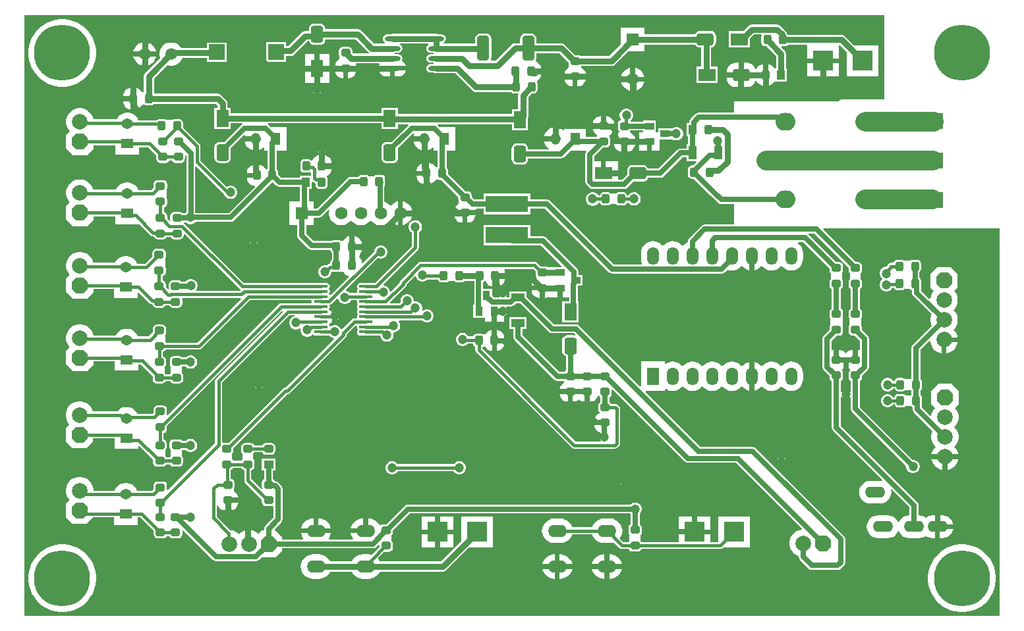
<source format=gtl>
G04*
G04 #@! TF.GenerationSoftware,Altium Limited,Altium Designer,23.11.1 (41)*
G04*
G04 Layer_Physical_Order=1*
G04 Layer_Color=255*
%FSTAX24Y24*%
%MOIN*%
G70*
G04*
G04 #@! TF.SameCoordinates,027617FE-0855-4198-9E67-A804299B83E6*
G04*
G04*
G04 #@! TF.FilePolarity,Positive*
G04*
G01*
G75*
%ADD14C,0.0150*%
%ADD17C,0.0630*%
%ADD35R,0.0630X0.0866*%
G04:AMPARAMS|DCode=36|XSize=63mil|YSize=86.6mil|CornerRadius=15.7mil|HoleSize=0mil|Usage=FLASHONLY|Rotation=0.000|XOffset=0mil|YOffset=0mil|HoleType=Round|Shape=RoundedRectangle|*
%AMROUNDEDRECTD36*
21,1,0.0630,0.0551,0,0,0.0*
21,1,0.0315,0.0866,0,0,0.0*
1,1,0.0315,0.0157,-0.0276*
1,1,0.0315,-0.0157,-0.0276*
1,1,0.0315,-0.0157,0.0276*
1,1,0.0315,0.0157,0.0276*
%
%ADD36ROUNDEDRECTD36*%
%ADD37R,0.0787X0.0787*%
G04:AMPARAMS|DCode=39|XSize=39.4mil|YSize=47.2mil|CornerRadius=9.8mil|HoleSize=0mil|Usage=FLASHONLY|Rotation=90.000|XOffset=0mil|YOffset=0mil|HoleType=Round|Shape=RoundedRectangle|*
%AMROUNDEDRECTD39*
21,1,0.0394,0.0276,0,0,90.0*
21,1,0.0197,0.0472,0,0,90.0*
1,1,0.0197,0.0138,0.0098*
1,1,0.0197,0.0138,-0.0098*
1,1,0.0197,-0.0138,-0.0098*
1,1,0.0197,-0.0138,0.0098*
%
%ADD39ROUNDEDRECTD39*%
G04:AMPARAMS|DCode=41|XSize=39.4mil|YSize=47.2mil|CornerRadius=9.8mil|HoleSize=0mil|Usage=FLASHONLY|Rotation=180.000|XOffset=0mil|YOffset=0mil|HoleType=Round|Shape=RoundedRectangle|*
%AMROUNDEDRECTD41*
21,1,0.0394,0.0276,0,0,180.0*
21,1,0.0197,0.0472,0,0,180.0*
1,1,0.0197,-0.0098,0.0138*
1,1,0.0197,0.0098,0.0138*
1,1,0.0197,0.0098,-0.0138*
1,1,0.0197,-0.0098,-0.0138*
%
%ADD41ROUNDEDRECTD41*%
%ADD42R,0.0394X0.0472*%
%ADD43R,0.0472X0.0394*%
%ADD44R,0.0394X0.0669*%
%ADD45R,0.0450X0.0350*%
G04:AMPARAMS|DCode=46|XSize=63mil|YSize=86.6mil|CornerRadius=15.7mil|HoleSize=0mil|Usage=FLASHONLY|Rotation=90.000|XOffset=0mil|YOffset=0mil|HoleType=Round|Shape=RoundedRectangle|*
%AMROUNDEDRECTD46*
21,1,0.0630,0.0551,0,0,90.0*
21,1,0.0315,0.0866,0,0,90.0*
1,1,0.0315,0.0276,0.0157*
1,1,0.0315,0.0276,-0.0157*
1,1,0.0315,-0.0276,-0.0157*
1,1,0.0315,-0.0276,0.0157*
%
%ADD46ROUNDEDRECTD46*%
%ADD47R,0.0866X0.0630*%
G04:AMPARAMS|DCode=48|XSize=63mil|YSize=126mil|CornerRadius=15.7mil|HoleSize=0mil|Usage=FLASHONLY|Rotation=0.000|XOffset=0mil|YOffset=0mil|HoleType=Round|Shape=RoundedRectangle|*
%AMROUNDEDRECTD48*
21,1,0.0630,0.0945,0,0,0.0*
21,1,0.0315,0.1260,0,0,0.0*
1,1,0.0315,0.0157,-0.0472*
1,1,0.0315,-0.0157,-0.0472*
1,1,0.0315,-0.0157,0.0472*
1,1,0.0315,0.0157,0.0472*
%
%ADD48ROUNDEDRECTD48*%
%ADD49O,0.0787X0.0236*%
%ADD50R,0.2165X0.0846*%
%ADD51O,0.0709X0.0157*%
%ADD52R,0.0350X0.0450*%
%ADD53R,0.0669X0.0394*%
%ADD92C,0.0250*%
%ADD93C,0.0300*%
%ADD94C,0.1000*%
%ADD95R,0.0984X0.0984*%
%ADD96R,0.0591X0.0591*%
%ADD97C,0.0591*%
%ADD98O,0.0512X0.0591*%
%ADD99R,0.0512X0.0591*%
%ADD100O,0.1000X0.0900*%
%ADD101O,0.0591X0.0512*%
%ADD102R,0.0591X0.0512*%
%ADD103C,0.0787*%
G04:AMPARAMS|DCode=104|XSize=78.7mil|YSize=78.7mil|CornerRadius=0mil|HoleSize=0mil|Usage=FLASHONLY|Rotation=180.000|XOffset=0mil|YOffset=0mil|HoleType=Round|Shape=Octagon|*
%AMOCTAGOND104*
4,1,8,-0.0394,0.0197,-0.0394,-0.0197,-0.0197,-0.0394,0.0197,-0.0394,0.0394,-0.0197,0.0394,0.0197,0.0197,0.0394,-0.0197,0.0394,-0.0394,0.0197,0.0*
%
%ADD104OCTAGOND104*%

%ADD105C,0.2835*%
%ADD106R,0.0600X0.0900*%
%ADD107O,0.0600X0.0900*%
%ADD108O,0.1024X0.0551*%
%ADD109O,0.0945X0.0630*%
G04:AMPARAMS|DCode=110|XSize=78.7mil|YSize=78.7mil|CornerRadius=0mil|HoleSize=0mil|Usage=FLASHONLY|Rotation=270.000|XOffset=0mil|YOffset=0mil|HoleType=Round|Shape=Octagon|*
%AMOCTAGOND110*
4,1,8,-0.0197,-0.0394,0.0197,-0.0394,0.0394,-0.0197,0.0394,0.0197,0.0197,0.0394,-0.0197,0.0394,-0.0394,0.0197,-0.0394,-0.0197,-0.0197,-0.0394,0.0*
%
%ADD110OCTAGOND110*%

%ADD111R,0.0984X0.0787*%
%ADD112R,0.0630X0.0630*%
%ADD113C,0.0472*%
G36*
X043624Y030577D02*
Y026315D01*
X041535D01*
X041531Y026315D01*
X041495D01*
X041456Y026307D01*
X041384Y026277D01*
X041351Y026255D01*
X041326Y026229D01*
X041323Y026227D01*
X041321Y026225D01*
X041295Y026199D01*
X041289Y02619D01*
X036029D01*
Y025624D01*
X034238D01*
X03415Y025607D01*
X034075Y025557D01*
X033822Y025304D01*
X033773Y025229D01*
X033755Y025142D01*
Y02511D01*
X033641D01*
Y024437D01*
X033708D01*
Y024023D01*
X033641D01*
Y023818D01*
X033339D01*
X033251Y023801D01*
X033177Y023751D01*
X032214Y022788D01*
X031675D01*
X031651Y022846D01*
X03161Y0229D01*
X031556Y022941D01*
X031493Y022967D01*
X031426Y022976D01*
X030875D01*
X030808Y022967D01*
X030745Y022941D01*
X030691Y0229D01*
X03065Y022846D01*
X030624Y022784D01*
X030615Y022717D01*
Y02247D01*
X030368Y022223D01*
X030151D01*
Y022434D01*
X029418D01*
Y022559D01*
X029293D01*
Y023174D01*
X028964D01*
Y02342D01*
X029411Y023866D01*
X029564D01*
X029641Y023882D01*
X029707Y023926D01*
X029751Y023991D01*
X029766Y024069D01*
Y024265D01*
X029756Y02432D01*
X029751Y024343D01*
X029741Y024364D01*
X029741Y024364D01*
Y024498D01*
X029765Y024508D01*
X029848Y024572D01*
X029912Y024655D01*
X029952Y024752D01*
X029962Y024829D01*
X029426D01*
X02889D01*
X0289Y024752D01*
X02894Y024655D01*
X029004Y024572D01*
X029088Y024508D01*
X029111Y024498D01*
Y024396D01*
X028544D01*
Y0249D01*
X027432D01*
Y024756D01*
X0274Y024745D01*
X027382Y024742D01*
X027269Y02483D01*
X027133Y024886D01*
X027113Y024888D01*
Y024305D01*
X026988D01*
Y02418D01*
X026439D01*
X026447Y02412D01*
X026503Y023985D01*
X026592Y023869D01*
X026663Y023814D01*
X026646Y023764D01*
X025614D01*
Y02381D01*
X025606Y023877D01*
X02558Y02394D01*
X025538Y023994D01*
X025485Y024035D01*
X025422Y024061D01*
X025355Y02407D01*
X02504D01*
X024973Y024061D01*
X02491Y024035D01*
X024856Y023994D01*
X024815Y02394D01*
X024789Y023877D01*
X02478Y02381D01*
Y023259D01*
X024789Y023192D01*
X024815Y023129D01*
X024856Y023075D01*
X02491Y023034D01*
X024973Y023008D01*
X02504Y022999D01*
X025355D01*
X025422Y023008D01*
X025485Y023034D01*
X025538Y023075D01*
X02558Y023129D01*
X025606Y023192D01*
X025614Y023259D01*
Y023305D01*
X027257D01*
X027345Y023323D01*
X02742Y023372D01*
X027757Y023709D01*
X028536D01*
X028541Y023706D01*
X028567Y023669D01*
X028523Y023603D01*
X028506Y023515D01*
Y022141D01*
X028523Y022053D01*
X028573Y021978D01*
X028719Y021832D01*
X028794Y021782D01*
X028881Y021765D01*
X030463D01*
X030551Y021782D01*
X030626Y021832D01*
X030935Y022142D01*
X031426D01*
X031493Y022151D01*
X031556Y022177D01*
X03161Y022218D01*
X031651Y022272D01*
X031675Y02233D01*
X032309D01*
X032397Y022347D01*
X032472Y022397D01*
X033434Y023359D01*
X033641D01*
Y023154D01*
X034106D01*
X034125Y023108D01*
X033971Y022954D01*
X033896D01*
X033819Y022938D01*
X033753Y022894D01*
X033709Y022829D01*
X033694Y022751D01*
Y022476D01*
X033709Y022398D01*
X033753Y022333D01*
X033819Y022289D01*
X033896Y022273D01*
X03401D01*
X034863Y02142D01*
X035223Y021061D01*
X035297Y021011D01*
X035385Y020994D01*
X036029D01*
Y019954D01*
X034528D01*
X03444Y019936D01*
X034365Y019887D01*
X03376Y019281D01*
X03371Y019207D01*
X033693Y019119D01*
Y019083D01*
X033691Y019083D01*
X033587Y019027D01*
X033496Y018952D01*
X033447Y018893D01*
X033397D01*
X033348Y018952D01*
X033257Y019027D01*
X033153Y019083D01*
X03304Y019117D01*
X032922Y019129D01*
X032804Y019117D01*
X032691Y019083D01*
X032587Y019027D01*
X032496Y018952D01*
X032447Y018893D01*
X032397D01*
X032348Y018952D01*
X032257Y019027D01*
X032153Y019083D01*
X03204Y019117D01*
X031922Y019129D01*
X031804Y019117D01*
X031691Y019083D01*
X031587Y019027D01*
X031496Y018952D01*
X031421Y018861D01*
X031365Y018756D01*
X031331Y018643D01*
X031319Y018526D01*
Y018226D01*
X031331Y018108D01*
X031365Y017995D01*
X031377Y017973D01*
X031351Y01793D01*
X029968D01*
X026737Y021161D01*
X026663Y021211D01*
X026575Y021229D01*
X025726D01*
Y021522D01*
X023361D01*
Y021229D01*
X022907D01*
X022759Y021376D01*
Y021451D01*
X022744Y021528D01*
X0227Y021594D01*
X022634Y021638D01*
X022557Y021653D01*
X022456D01*
X021566Y022543D01*
Y022697D01*
X021551Y022774D01*
X021507Y02284D01*
X021495Y022848D01*
Y023709D01*
X021927D01*
Y0249D01*
X02114D01*
X021041Y024999D01*
X021059Y025049D01*
X024782D01*
Y024734D01*
X025612D01*
Y025407D01*
X025617Y025432D01*
Y02641D01*
X025806Y0266D01*
X025884D01*
X025962Y026615D01*
X026028Y026659D01*
X026071Y026725D01*
X026087Y026802D01*
Y027078D01*
X026071Y027155D01*
X026054Y027181D01*
X026063Y027239D01*
X026147Y027302D01*
X02621Y027386D01*
X026251Y027483D01*
X026264Y027587D01*
Y027599D01*
X025764D01*
Y027849D01*
X026264D01*
Y027862D01*
X026251Y027966D01*
X02621Y028063D01*
X026147Y028146D01*
X026063Y02821D01*
X026008Y028233D01*
X025995Y028281D01*
X026006Y028295D01*
X026032Y028358D01*
X026041Y028425D01*
Y028642D01*
X027192D01*
X027649Y028185D01*
Y028147D01*
X02766Y028092D01*
X027665Y028069D01*
X027674Y028048D01*
X027674Y028048D01*
Y027914D01*
X02765Y027904D01*
X027567Y02784D01*
X027503Y027757D01*
X027463Y02766D01*
X027453Y027583D01*
X027989D01*
X028525D01*
X028515Y02766D01*
X028475Y027757D01*
X028411Y02784D01*
X028328Y027904D01*
X028304Y027914D01*
Y02799D01*
X029822D01*
X02992Y02801D01*
X030003Y028065D01*
X030668Y02873D01*
X031498D01*
Y029082D01*
X034071D01*
X03408Y029061D01*
X034121Y029007D01*
X034175Y028966D01*
X034237Y02894D01*
X034305Y028931D01*
X034364D01*
Y027955D01*
X034125D01*
Y027126D01*
X035191D01*
Y027955D01*
X034874D01*
Y028933D01*
X034923Y02894D01*
X034986Y028966D01*
X035039Y029007D01*
X035081Y029061D01*
X035107Y029123D01*
X035115Y02919D01*
Y029505D01*
X035107Y029573D01*
X035081Y029635D01*
X035039Y029689D01*
X034986Y02973D01*
X034923Y029756D01*
X034856Y029765D01*
X034305D01*
X034237Y029756D01*
X034175Y02973D01*
X034121Y029689D01*
X03408Y029635D01*
X034062Y029591D01*
X031498D01*
Y029921D01*
X030307D01*
Y02909D01*
X029717Y0285D01*
X02825D01*
X028204Y02853D01*
X028127Y028546D01*
X02801D01*
X027478Y029078D01*
X027395Y029133D01*
X027298Y029152D01*
X026041D01*
Y02937D01*
X026032Y029437D01*
X026006Y0295D01*
X025965Y029553D01*
X025911Y029595D01*
X025848Y029621D01*
X025781Y029629D01*
X025466D01*
X025399Y029621D01*
X025336Y029595D01*
X025282Y029553D01*
X025241Y0295D01*
X025215Y029437D01*
X025206Y02937D01*
Y029152D01*
X024949D01*
X024852Y029133D01*
X024769Y029078D01*
X023964Y028272D01*
X023765D01*
X023734Y028322D01*
X023748Y028358D01*
X023757Y028425D01*
Y02937D01*
X023748Y029437D01*
X023722Y0295D01*
X023681Y029553D01*
X023627Y029595D01*
X023565Y029621D01*
X023498Y029629D01*
X023183D01*
X023115Y029621D01*
X023053Y029595D01*
X022999Y029553D01*
X022958Y0295D01*
X022932Y029437D01*
X022923Y02937D01*
Y029135D01*
X021348D01*
X021332Y029185D01*
X021389Y029223D01*
X021437Y029295D01*
X021454Y02938D01*
X021437Y029466D01*
X021389Y029538D01*
X021317Y029586D01*
X021232Y029603D01*
X021073D01*
X021054Y029616D01*
X020956Y029635D01*
X018751D01*
X018654Y029616D01*
X018634Y029603D01*
X018476D01*
X018391Y029586D01*
X018319Y029538D01*
X01827Y029466D01*
X018253Y02938D01*
X01827Y029295D01*
X018319Y029223D01*
X018375Y029185D01*
X01836Y029135D01*
X017818D01*
X017166Y029788D01*
X017083Y029843D01*
X016986Y029862D01*
X015352D01*
Y029883D01*
X015343Y02995D01*
X015317Y030013D01*
X015276Y030067D01*
X015222Y030108D01*
X01516Y030134D01*
X015092Y030143D01*
X014777D01*
X01471Y030134D01*
X014648Y030108D01*
X014594Y030067D01*
X014553Y030013D01*
X014527Y02995D01*
X014518Y029883D01*
Y029767D01*
X014346D01*
X014248Y029748D01*
X014166Y029692D01*
X013484Y029011D01*
X013366D01*
Y029201D01*
X012378D01*
Y028213D01*
X013366D01*
Y028501D01*
X01359D01*
X013687Y02852D01*
X01377Y028576D01*
X014451Y029257D01*
X01453D01*
X014553Y029202D01*
X014594Y029148D01*
X014648Y029107D01*
X01471Y029081D01*
X014777Y029072D01*
X015092D01*
X01516Y029081D01*
X015222Y029107D01*
X015276Y029148D01*
X015317Y029202D01*
X015343Y029264D01*
X015352Y029332D01*
Y029352D01*
X01688D01*
X017532Y0287D01*
X017554Y028686D01*
X017539Y028636D01*
X016773D01*
X016726Y028683D01*
Y028761D01*
X016711Y028838D01*
X016667Y028904D01*
X016601Y028948D01*
X016524Y028963D01*
X016248D01*
X016171Y028948D01*
X016105Y028904D01*
X016061Y028838D01*
X016046Y028761D01*
Y028564D01*
X016057Y02851D01*
X016061Y028487D01*
X016071Y028466D01*
X016071Y028466D01*
Y028331D01*
X016047Y028321D01*
X015964Y028258D01*
X0159Y028174D01*
X01586Y028077D01*
X01585Y028D01*
X016386D01*
X016922D01*
X016912Y028076D01*
X016912Y028086D01*
X016943Y028126D01*
X017646D01*
X017647Y028126D01*
X01808D01*
X018104Y028076D01*
X018075Y028005D01*
X018751D01*
X019428D01*
X019392Y028091D01*
X019325Y028179D01*
X019238Y028246D01*
X019226Y028285D01*
X019232Y028295D01*
X019249Y02838D01*
X019232Y028466D01*
X019184Y028538D01*
X019112Y028586D01*
X019027Y028603D01*
X018869D01*
Y028658D01*
X019027D01*
X019112Y028675D01*
X019184Y028723D01*
X019232Y028795D01*
X019249Y02888D01*
X019232Y028966D01*
X019184Y029038D01*
X019128Y029076D01*
X019143Y029126D01*
X020565D01*
X02058Y029076D01*
X020523Y029038D01*
X020475Y028966D01*
X020458Y02888D01*
X020475Y028795D01*
X020523Y028723D01*
X020595Y028675D01*
X020681Y028658D01*
X020839D01*
Y028603D01*
X020681D01*
X020595Y028586D01*
X020523Y028538D01*
X020475Y028466D01*
X020458Y02838D01*
X020475Y028295D01*
X020523Y028223D01*
X020595Y028175D01*
X020681Y028158D01*
X020839D01*
Y028103D01*
X020681D01*
X020595Y028086D01*
X020523Y028038D01*
X020475Y027966D01*
X020458Y02788D01*
X020475Y027795D01*
X020523Y027723D01*
X020595Y027675D01*
X020681Y027658D01*
X020839D01*
X020859Y027645D01*
X020956Y027626D01*
X02193D01*
X022796Y02676D01*
X022879Y026704D01*
X022976Y026685D01*
X02474D01*
X024757Y026659D01*
X024823Y026615D01*
X0249Y0266D01*
X025073D01*
X025115Y026557D01*
X025107Y026516D01*
Y0258D01*
X024782D01*
Y025559D01*
X019029D01*
Y025874D01*
X018199D01*
Y0256D01*
X010572D01*
Y025881D01*
X010412D01*
Y026097D01*
X010393Y026195D01*
X010338Y026277D01*
X010096Y026519D01*
X010014Y026574D01*
X009916Y026593D01*
X006684D01*
Y027368D01*
X007358Y028043D01*
X007385Y028031D01*
X0075Y028009D01*
X007618D01*
X007733Y028031D01*
X007841Y028076D01*
X007939Y028141D01*
X008021Y028224D01*
X008087Y028322D01*
X008119Y0284D01*
X009378D01*
Y028213D01*
X010366D01*
Y029201D01*
X009378D01*
Y02891D01*
X00807D01*
X008021Y028983D01*
X007939Y029066D01*
X007841Y029131D01*
X007733Y029176D01*
X007618Y029199D01*
X0075D01*
X007385Y029176D01*
X007277Y029131D01*
X00718Y029066D01*
X007097Y028983D01*
X007032Y028886D01*
X006987Y028777D01*
X006964Y028662D01*
Y028545D01*
X006987Y02843D01*
X006998Y028403D01*
X006249Y027654D01*
X006194Y027572D01*
X006174Y027474D01*
Y026654D01*
X006086D01*
X006076Y026677D01*
X006013Y026761D01*
X005929Y026824D01*
X005832Y026865D01*
X005755Y026875D01*
Y026339D01*
Y025802D01*
X005832Y025813D01*
X005929Y025853D01*
X006013Y025917D01*
X006076Y026D01*
X006086Y026024D01*
X00622D01*
X00622Y026024D01*
Y026024D01*
X006234Y026017D01*
X006241Y026014D01*
X006265Y026009D01*
X006265Y026009D01*
X006266Y026009D01*
X006319Y025998D01*
X006516D01*
X006593Y026014D01*
X006659Y026058D01*
X006676Y026084D01*
X00981D01*
X009903Y025991D01*
Y025881D01*
X009743D01*
Y024815D01*
X010572D01*
Y02509D01*
X011137D01*
X011153Y02504D01*
X011111Y025012D01*
X01025Y024151D01*
X01D01*
X009933Y024142D01*
X00987Y024116D01*
X009816Y024075D01*
X009775Y024021D01*
X009749Y023959D01*
X00974Y023891D01*
Y02334D01*
X009749Y023273D01*
X009775Y02321D01*
X009816Y023157D01*
X00987Y023115D01*
X009933Y023089D01*
X01Y02308D01*
X010315D01*
X010382Y023089D01*
X010445Y023115D01*
X010499Y023157D01*
X01054Y02321D01*
X010566Y023273D01*
X010575Y02334D01*
Y023827D01*
X011241Y024493D01*
X011288Y02447D01*
X011283Y02443D01*
X011833D01*
Y024305D01*
X011958D01*
Y023721D01*
X011978Y023724D01*
X012113Y02378D01*
X012227Y023867D01*
X012244Y023864D01*
X012277Y023853D01*
Y023709D01*
X012446D01*
Y022775D01*
X012344D01*
X012334Y022799D01*
X01227Y022882D01*
X012187Y022946D01*
X01209Y022986D01*
X012013Y022996D01*
Y02246D01*
X011888D01*
Y022335D01*
X011387D01*
Y022322D01*
X011401Y022218D01*
X011441Y022121D01*
X011505Y022038D01*
X011588Y021974D01*
X011685Y021934D01*
X011781Y021921D01*
X011806Y021879D01*
X011807Y021877D01*
X01048Y02055D01*
X008787D01*
X008781Y020557D01*
Y022878D01*
X008827Y022897D01*
X010229Y021495D01*
X010243Y021486D01*
X010248Y021467D01*
X010292Y021391D01*
X010355Y021328D01*
X010431Y021284D01*
X010517Y021261D01*
X010605D01*
X010691Y021284D01*
X010767Y021328D01*
X01083Y021391D01*
X010874Y021467D01*
X010897Y021553D01*
Y021641D01*
X010874Y021727D01*
X01083Y021804D01*
X010767Y021866D01*
X010691Y02191D01*
X010605Y021933D01*
X010517D01*
X010431Y02191D01*
X01036Y021869D01*
X00903Y023199D01*
Y023932D01*
X009016Y024D01*
X008978Y024058D01*
X008155Y024881D01*
Y025107D01*
X008139Y025184D01*
X008096Y02525D01*
X00803Y025294D01*
X007952Y025309D01*
X007756D01*
X007701Y025298D01*
X007678Y025294D01*
X007657Y025284D01*
X007657Y025284D01*
X007264D01*
X007264Y025284D01*
Y025284D01*
X00725Y02529D01*
X007243Y025294D01*
X007219Y025298D01*
X007219Y025298D01*
X007218Y025299D01*
X007165Y025309D01*
X006968D01*
X006891Y025294D01*
X006825Y02525D01*
X00682Y025243D01*
X00591D01*
X005868Y025345D01*
X005779Y025461D01*
X005662Y02555D01*
X005527Y025606D01*
X005382Y025625D01*
X005303D01*
X005158Y025606D01*
X005023Y02555D01*
X004907Y025461D01*
X004818Y025345D01*
X004796Y025293D01*
X00362D01*
X003606Y025367D01*
X003553Y025493D01*
X003477Y025607D01*
X003381Y025703D01*
X003267Y025779D01*
X003141Y025832D01*
X003007Y025858D01*
X00287D01*
X002736Y025832D01*
X00261Y025779D01*
X002496Y025703D01*
X0024Y025607D01*
X002324Y025493D01*
X002272Y025367D01*
X002245Y025233D01*
Y025096D01*
X002272Y024962D01*
X002324Y024836D01*
X0024Y024722D01*
X002428Y024694D01*
X002245Y024511D01*
Y023818D01*
X002592Y023471D01*
X003285D01*
X003632Y023818D01*
Y023986D01*
X004747D01*
Y023508D01*
X005938D01*
Y023886D01*
X006395D01*
X006805Y023475D01*
Y023289D01*
X006821Y023212D01*
X006865Y023146D01*
X00693Y023102D01*
X007008Y023087D01*
X007283D01*
X007361Y023102D01*
X007426Y023146D01*
X007468Y023209D01*
X007596D01*
X007638Y023146D01*
X007704Y023102D01*
X007781Y023087D01*
X008057D01*
X008134Y023102D01*
X0082Y023146D01*
X008244Y023212D01*
X008259Y023289D01*
Y023441D01*
X008309Y023465D01*
X008322Y023454D01*
Y020578D01*
X008274Y02053D01*
X008138D01*
X00813Y020542D01*
X008064Y020586D01*
X007987Y020601D01*
X007711D01*
X007634Y020586D01*
X007568Y020542D01*
X007524Y020476D01*
X007509Y020399D01*
Y020202D01*
X007516Y020163D01*
X00747Y020138D01*
X00735Y020259D01*
Y020406D01*
X007334Y020483D01*
X00729Y020549D01*
X007225Y020593D01*
X00719Y0206D01*
Y020832D01*
X007228Y020839D01*
X007294Y020883D01*
X007337Y020949D01*
X007353Y021026D01*
Y021223D01*
X007342Y021277D01*
X007337Y0213D01*
X007328Y021321D01*
X007328Y021321D01*
Y021715D01*
X007328Y021715D01*
X007328D01*
X007334Y021729D01*
X007337Y021736D01*
X007342Y021759D01*
X007342Y021759D01*
X007342Y02176D01*
X007353Y021814D01*
Y02201D01*
X007337Y022088D01*
X007294Y022154D01*
X007228Y022197D01*
X007151Y022213D01*
X006875D01*
X006798Y022197D01*
X006732Y022154D01*
X006688Y022088D01*
X006673Y02201D01*
Y021824D01*
X00656Y021712D01*
X005893D01*
X005851Y021814D01*
X005762Y02193D01*
X005646Y022019D01*
X00551Y022075D01*
X005365Y022094D01*
X005286D01*
X005141Y022075D01*
X005006Y022019D01*
X00489Y02193D01*
X004801Y021814D01*
X004764Y021724D01*
X003613D01*
X003606Y02176D01*
X003553Y021886D01*
X003477Y022D01*
X003381Y022097D01*
X003267Y022172D01*
X003141Y022225D01*
X003007Y022251D01*
X00287D01*
X002736Y022225D01*
X00261Y022172D01*
X002496Y022097D01*
X0024Y022D01*
X002324Y021886D01*
X002272Y02176D01*
X002245Y021626D01*
Y021489D01*
X002272Y021355D01*
X002324Y021229D01*
X0024Y021115D01*
X002428Y021087D01*
X002245Y020905D01*
Y020211D01*
X002592Y019864D01*
X003285D01*
X003632Y020211D01*
Y020379D01*
X004731D01*
Y019978D01*
X005921D01*
Y019978D01*
X005947Y019988D01*
X006516Y01942D01*
X006516Y01942D01*
X006573Y019381D01*
X006642Y019367D01*
X00668D01*
X006685Y019344D01*
X006729Y019279D01*
X006794Y019235D01*
X006872Y019219D01*
X007147D01*
X007225Y019235D01*
X00729Y019279D01*
X00733Y019338D01*
X007524D01*
X007524Y019337D01*
X007568Y019272D01*
X007634Y019228D01*
X007711Y019212D01*
X007987D01*
X008064Y019228D01*
X00813Y019272D01*
X008173Y019337D01*
X008189Y019415D01*
Y019478D01*
X008235Y019497D01*
X011035Y016698D01*
X011035Y016698D01*
X011055Y016684D01*
X01106Y016635D01*
X011027Y0166D01*
X008826D01*
X008806Y01665D01*
X008819Y016664D01*
X008863Y01674D01*
X008886Y016826D01*
Y016914D01*
X008863Y017D01*
X008819Y017076D01*
X008756Y017139D01*
X00868Y017183D01*
X008594Y017206D01*
X008506D01*
X00842Y017183D01*
X008344Y017139D01*
X008281Y017076D01*
X008275Y017067D01*
X00807D01*
X008062Y017079D01*
X007996Y017123D01*
X007919Y017138D01*
X007643D01*
X007566Y017123D01*
X0075Y017079D01*
X007457Y017013D01*
X007441Y016936D01*
Y016739D01*
X007449Y016699D01*
X007403Y016675D01*
X007289Y016789D01*
Y016936D01*
X007273Y017013D01*
X007229Y017079D01*
X007164Y017123D01*
X007127Y01713D01*
Y017356D01*
X007164Y017363D01*
X007229Y017407D01*
X007273Y017472D01*
X007289Y01755D01*
Y017747D01*
X007278Y017801D01*
X007273Y017824D01*
X007263Y017845D01*
X007263Y017845D01*
Y018239D01*
X007263Y018239D01*
X007263D01*
X00727Y018253D01*
X007273Y01826D01*
X007278Y018283D01*
X007278Y018283D01*
X007278Y018284D01*
X007289Y018337D01*
Y018534D01*
X007273Y018612D01*
X007229Y018677D01*
X007164Y018721D01*
X007086Y018736D01*
X006811D01*
X006733Y018721D01*
X006668Y018677D01*
X006624Y018612D01*
X006608Y018534D01*
Y018348D01*
X006241Y01798D01*
X005832D01*
X00579Y018082D01*
X005701Y018198D01*
X005584Y018287D01*
X005449Y018343D01*
X005304Y018362D01*
X005225D01*
X00508Y018343D01*
X004945Y018287D01*
X004829Y018198D01*
X00474Y018082D01*
X004715Y018022D01*
X003619D01*
X003606Y018087D01*
X003553Y018213D01*
X003477Y018327D01*
X003381Y018423D01*
X003267Y018499D01*
X003141Y018552D01*
X003007Y018578D01*
X00287D01*
X002736Y018552D01*
X00261Y018499D01*
X002496Y018423D01*
X0024Y018327D01*
X002324Y018213D01*
X002272Y018087D01*
X002245Y017953D01*
Y017816D01*
X002272Y017682D01*
X002324Y017556D01*
X0024Y017442D01*
X002428Y017414D01*
X002245Y017231D01*
Y016538D01*
X002592Y016191D01*
X003285D01*
X003632Y016538D01*
Y016706D01*
X004669D01*
Y016246D01*
X00586D01*
Y016506D01*
X005906Y016525D01*
X006468Y015963D01*
X006468Y015963D01*
X006526Y015924D01*
X006594Y015911D01*
X006616D01*
X006624Y015874D01*
X006668Y015808D01*
X006733Y015765D01*
X006811Y015749D01*
X007086D01*
X007164Y015765D01*
X007229Y015808D01*
X007271Y015871D01*
X007458D01*
X0075Y015808D01*
X007566Y015765D01*
X007643Y015749D01*
X007919D01*
X007996Y015765D01*
X008062Y015808D01*
X008106Y015874D01*
X008121Y015951D01*
Y016148D01*
X008112Y016193D01*
X00815Y016243D01*
X011075D01*
X011096Y016193D01*
X008887Y013985D01*
X00732D01*
X007278Y014003D01*
Y014397D01*
X007278Y014397D01*
X007278D01*
X007284Y014411D01*
X007288Y014418D01*
X007292Y014441D01*
X007292Y014441D01*
X007292Y014442D01*
X007303Y014496D01*
Y014692D01*
X007288Y01477D01*
X007244Y014835D01*
X007178Y014879D01*
X007101Y014895D01*
X006825D01*
X006748Y014879D01*
X006682Y014835D01*
X006638Y01477D01*
X006623Y014692D01*
Y014506D01*
X006412Y014296D01*
X005868D01*
X005826Y014398D01*
X005737Y014514D01*
X005621Y014603D01*
X005486Y014659D01*
X00534Y014678D01*
X005262D01*
X005117Y014659D01*
X004981Y014603D01*
X004865Y014514D01*
X004776Y014398D01*
X004755Y014346D01*
X00362D01*
X003606Y01442D01*
X003553Y014546D01*
X003477Y01466D01*
X003381Y014756D01*
X003267Y014832D01*
X003141Y014884D01*
X003007Y014911D01*
X00287D01*
X002736Y014884D01*
X00261Y014832D01*
X002496Y014756D01*
X0024Y01466D01*
X002324Y014546D01*
X002272Y01442D01*
X002245Y014286D01*
Y014149D01*
X002272Y014015D01*
X002324Y013889D01*
X0024Y013775D01*
X002428Y013747D01*
X002245Y013564D01*
Y012871D01*
X002592Y012524D01*
X003285D01*
X003632Y012871D01*
Y013039D01*
X004706D01*
Y012561D01*
X005896D01*
Y012881D01*
X006023D01*
X006623Y012281D01*
Y01211D01*
X006638Y012032D01*
X006682Y011967D01*
X006748Y011923D01*
X006825Y011908D01*
X007101D01*
X007178Y011923D01*
X007244Y011967D01*
X007286Y01203D01*
X007501D01*
X007543Y011967D01*
X007609Y011923D01*
X007686Y011908D01*
X007962D01*
X008039Y011923D01*
X008105Y011967D01*
X008149Y012032D01*
X008164Y01211D01*
Y012307D01*
X008149Y012384D01*
X008105Y01245D01*
X008099Y012454D01*
Y01275D01*
X008105Y012754D01*
X008111Y012763D01*
X008291D01*
X008334Y012721D01*
X00841Y012677D01*
X008496Y012654D01*
X008584D01*
X00867Y012677D01*
X008746Y012721D01*
X008809Y012784D01*
X008853Y01286D01*
X008876Y012946D01*
Y013034D01*
X008853Y01312D01*
X008809Y013196D01*
X008746Y013259D01*
X00867Y013303D01*
X008584Y013326D01*
X008496D01*
X00841Y013303D01*
X008334Y013259D01*
X008297Y013222D01*
X008115D01*
X008105Y013237D01*
X008039Y013281D01*
X007962Y013296D01*
X007686D01*
X007609Y013281D01*
X007543Y013237D01*
X007499Y013171D01*
X007484Y013094D01*
Y012897D01*
X007499Y01282D01*
X007543Y012754D01*
Y01245D01*
X007501Y012387D01*
X007286D01*
X007244Y01245D01*
Y012754D01*
X007288Y01282D01*
X007303Y012897D01*
Y013094D01*
X007288Y013172D01*
X007244Y013237D01*
X007178Y013281D01*
X007141Y013288D01*
Y013514D01*
X007178Y013521D01*
X007244Y013565D01*
X007286Y013628D01*
X008961D01*
X00903Y013642D01*
X009088Y01368D01*
X011541Y016134D01*
X014633D01*
X014674Y016084D01*
X014668Y016056D01*
X014674Y016029D01*
X014633Y015979D01*
X013128D01*
X013128Y015979D01*
X01306Y015965D01*
X013002Y015926D01*
X013002Y015926D01*
X007374Y010299D01*
X007333Y010328D01*
X007346Y010393D01*
Y01059D01*
X00733Y010668D01*
X007286Y010733D01*
X007221Y010777D01*
X007143Y010792D01*
X006868D01*
X00679Y010777D01*
X006725Y010733D01*
X006681Y010668D01*
X006665Y01059D01*
Y010431D01*
X006614Y01038D01*
X005841D01*
X005821Y010427D01*
X005732Y010543D01*
X005616Y010632D01*
X005481Y010688D01*
X005335Y010707D01*
X005257D01*
X005112Y010688D01*
X004976Y010632D01*
X00486Y010543D01*
X004823Y010494D01*
X003589D01*
X003584Y010518D01*
X003532Y010644D01*
X003456Y010758D01*
X003359Y010854D01*
X003246Y01093D01*
X00312Y010983D01*
X002985Y011009D01*
X002849D01*
X002715Y010983D01*
X002589Y01093D01*
X002475Y010854D01*
X002378Y010758D01*
X002302Y010644D01*
X00225Y010518D01*
X002223Y010384D01*
Y010247D01*
X00225Y010113D01*
X002302Y009987D01*
X002378Y009873D01*
X002406Y009845D01*
X002223Y009662D01*
Y008969D01*
X00257Y008622D01*
X003264D01*
X003611Y008969D01*
Y009137D01*
X004701D01*
Y008591D01*
X005891D01*
Y008739D01*
X005938Y008759D01*
X006643Y008053D01*
Y007894D01*
X006658Y007816D01*
X006702Y007751D01*
X006768Y007707D01*
X006845Y007691D01*
X007121D01*
X007198Y007707D01*
X007264Y007751D01*
X007306Y007814D01*
X007493D01*
X007535Y007751D01*
X007601Y007707D01*
X007678Y007691D01*
X007954D01*
X008031Y007707D01*
X008097Y007751D01*
X008141Y007816D01*
X008156Y007894D01*
Y008091D01*
X008141Y008168D01*
X008097Y008234D01*
X00809Y008238D01*
Y008534D01*
X008097Y008538D01*
X008105Y00855D01*
X008295D01*
X008335Y008511D01*
X008411Y008466D01*
X008497Y008443D01*
X008585D01*
X008671Y008466D01*
X008747Y008511D01*
X00881Y008573D01*
X008854Y00865D01*
X008877Y008735D01*
Y008824D01*
X008854Y008909D01*
X00881Y008986D01*
X008747Y009049D01*
X008671Y009093D01*
X008585Y009116D01*
X008497D01*
X008411Y009093D01*
X008335Y009049D01*
X008295Y009009D01*
X008105D01*
X008097Y009021D01*
X008031Y009065D01*
X007954Y00908D01*
X007678D01*
X007601Y009065D01*
X007535Y009021D01*
X007491Y008955D01*
X007476Y008878D01*
Y008681D01*
X007491Y008604D01*
X007535Y008538D01*
Y008234D01*
X007493Y008171D01*
X007306D01*
X007264Y008234D01*
Y008538D01*
X007308Y008604D01*
X007323Y008681D01*
Y008878D01*
X007308Y008955D01*
X007264Y009021D01*
X007198Y009065D01*
X007173Y00907D01*
Y009409D01*
X007221Y009419D01*
X007286Y009463D01*
X00733Y009528D01*
X007346Y009606D01*
Y009765D01*
X013173Y015592D01*
X013179Y015591D01*
X013195Y015537D01*
X00983Y012172D01*
X009792Y012114D01*
X009778Y012046D01*
Y008889D01*
X007386Y006497D01*
X00734Y006522D01*
X007347Y006554D01*
Y006751D01*
X007331Y006828D01*
X007287Y006894D01*
X007222Y006938D01*
X007144Y006953D01*
X006869D01*
X006791Y006938D01*
X006726Y006894D01*
X006682Y006828D01*
X006666Y006751D01*
Y006565D01*
X006583Y006481D01*
X005828D01*
X005786Y006583D01*
X005697Y0067D01*
X005581Y006789D01*
X005445Y006845D01*
X0053Y006864D01*
X005222D01*
X005076Y006845D01*
X004941Y006789D01*
X004825Y0067D01*
X004736Y006583D01*
X004694Y006481D01*
X003615D01*
Y006552D01*
X003588Y006686D01*
X003536Y006813D01*
X00346Y006926D01*
X003364Y007023D01*
X00325Y007099D01*
X003124Y007151D01*
X00299Y007178D01*
X002853D01*
X002719Y007151D01*
X002593Y007099D01*
X002479Y007023D01*
X002383Y006926D01*
X002307Y006813D01*
X002254Y006686D01*
X002228Y006552D01*
Y006416D01*
X002254Y006282D01*
X002307Y006155D01*
X002383Y006042D01*
X002411Y006014D01*
X002228Y005831D01*
Y005137D01*
X002575Y00479D01*
X003268D01*
X003603Y005125D01*
X004666D01*
Y004747D01*
X005856D01*
Y005125D01*
X005994D01*
X006666Y004453D01*
Y004266D01*
X006682Y004189D01*
X006726Y004123D01*
X006791Y004079D01*
X006869Y004064D01*
X007144D01*
X007222Y004079D01*
X007287Y004123D01*
X00733Y004186D01*
X007454D01*
X007497Y004123D01*
X007562Y004079D01*
X00764Y004064D01*
X007915D01*
X007993Y004079D01*
X008058Y004123D01*
X008102Y004189D01*
X008118Y004266D01*
Y004456D01*
X008134Y004469D01*
X008165Y004479D01*
X009664Y002981D01*
X009738Y002931D01*
X009826Y002913D01*
X011838D01*
X011926Y002931D01*
X012001Y002981D01*
X012124Y003104D01*
X012135Y003093D01*
X012829D01*
X013176Y00344D01*
Y003557D01*
X017776D01*
X017863Y003575D01*
X017938Y003624D01*
X018039Y003725D01*
X018085Y003706D01*
Y00364D01*
X017687Y003242D01*
X01768Y003244D01*
X017559Y003256D01*
X017244D01*
X017124Y003244D01*
X017008Y003209D01*
X016901Y003152D01*
X016807Y003075D01*
X01673Y002981D01*
X016683Y002893D01*
X0156D01*
X015553Y002981D01*
X015476Y003075D01*
X015383Y003152D01*
X015276Y003209D01*
X01516Y003244D01*
X015039Y003256D01*
X014724D01*
X014604Y003244D01*
X014488Y003209D01*
X014381Y003152D01*
X014287Y003075D01*
X014211Y002981D01*
X014154Y002874D01*
X014118Y002758D01*
X014106Y002638D01*
X014118Y002517D01*
X014154Y002401D01*
X014211Y002294D01*
X014287Y002201D01*
X014381Y002124D01*
X014488Y002067D01*
X014604Y002032D01*
X014724Y00202D01*
X015039D01*
X01516Y002032D01*
X015276Y002067D01*
X015383Y002124D01*
X015476Y002201D01*
X015553Y002294D01*
X0156Y002383D01*
X016683D01*
X01673Y002294D01*
X016807Y002201D01*
X016901Y002124D01*
X017008Y002067D01*
X017124Y002032D01*
X017244Y00202D01*
X017559D01*
X01768Y002032D01*
X017796Y002067D01*
X017902Y002124D01*
X017996Y002201D01*
X018073Y002294D01*
X01812Y002383D01*
X021292D01*
X02139Y002402D01*
X021472Y002458D01*
X022612Y003598D01*
X023824D01*
Y005182D01*
X022239D01*
Y003946D01*
X021861Y003567D01*
X021824Y0036D01*
X021824Y003646D01*
Y004265D01*
X021156D01*
Y003598D01*
X021774D01*
X021821Y003598D01*
X021854Y00356D01*
X021187Y002893D01*
X01812D01*
X018073Y002981D01*
X018009Y003059D01*
X018337Y003387D01*
X018563D01*
X01864Y003403D01*
X018706Y003447D01*
X01875Y003512D01*
X018765Y00359D01*
Y003787D01*
X01875Y003864D01*
X018706Y00393D01*
X0187Y003934D01*
Y00423D01*
X018706Y004234D01*
X01875Y0043D01*
X018765Y004377D01*
Y004452D01*
X019635Y005322D01*
X03078D01*
X030797Y005305D01*
Y004764D01*
X030745Y00473D01*
X030701Y004664D01*
X030686Y004587D01*
Y00439D01*
X030701Y004312D01*
X030745Y004247D01*
Y003942D01*
X030703Y003879D01*
X030428D01*
X030243Y004064D01*
X030278Y004106D01*
X030335Y004212D01*
X03037Y004328D01*
X030382Y004449D01*
X03037Y004569D01*
X030335Y004685D01*
X030278Y004792D01*
X030201Y004886D01*
X030107Y004963D01*
X03Y00502D01*
X029884Y005055D01*
X029764Y005067D01*
X029449D01*
X029328Y005055D01*
X029212Y00502D01*
X029106Y004963D01*
X029012Y004886D01*
X028935Y004792D01*
X028878Y004685D01*
X02886Y004627D01*
X027833D01*
X027815Y004685D01*
X027758Y004792D01*
X027681Y004886D01*
X027587Y004963D01*
X027481Y00502D01*
X027365Y005055D01*
X027244Y005067D01*
X026929D01*
X026809Y005055D01*
X026693Y00502D01*
X026586Y004963D01*
X026492Y004886D01*
X026415Y004792D01*
X026358Y004685D01*
X026323Y004569D01*
X026311Y004449D01*
X026323Y004328D01*
X026358Y004212D01*
X026415Y004106D01*
X026492Y004012D01*
X026586Y003935D01*
X026693Y003878D01*
X026809Y003843D01*
X026929Y003831D01*
X027244D01*
X027365Y003843D01*
X027481Y003878D01*
X027587Y003935D01*
X027681Y004012D01*
X027758Y004106D01*
X027815Y004212D01*
X027833Y00427D01*
X02886D01*
X028878Y004212D01*
X028935Y004106D01*
X029012Y004012D01*
X029106Y003935D01*
X029212Y003878D01*
X029328Y003843D01*
X029449Y003831D01*
X029764D01*
X029884Y003843D01*
X029942Y00386D01*
X030228Y003575D01*
X030228Y003575D01*
X030286Y003536D01*
X030354Y003522D01*
X030354Y003522D01*
X030703D01*
X030745Y003459D01*
X030811Y003415D01*
X030888Y0034D01*
X031164D01*
X031241Y003415D01*
X031307Y003459D01*
X031349Y003522D01*
X035337D01*
X035405Y003536D01*
X035463Y003575D01*
X035486Y003598D01*
X036818D01*
Y005182D01*
X035234D01*
Y003879D01*
X034818D01*
Y004265D01*
X033234D01*
Y003879D01*
X031349D01*
X031307Y003942D01*
X031301Y003946D01*
Y004242D01*
X031307Y004247D01*
X031351Y004312D01*
X031366Y00439D01*
Y004587D01*
X031351Y004664D01*
X031307Y00473D01*
X031256Y004764D01*
Y005305D01*
X031295Y005345D01*
X031339Y005421D01*
X031362Y005507D01*
Y005595D01*
X031339Y005681D01*
X031295Y005758D01*
X031233Y00582D01*
X031156Y005864D01*
X03107Y005887D01*
X030982D01*
X030896Y005864D01*
X03082Y00582D01*
X03078Y005781D01*
X01954D01*
X019452Y005763D01*
X019378Y005713D01*
X018441Y004776D01*
X018287D01*
X01821Y004761D01*
X018163Y00473D01*
X018102Y004737D01*
X018073Y004792D01*
X017996Y004886D01*
X017902Y004963D01*
X017796Y00502D01*
X01768Y005055D01*
X017559Y005067D01*
X017527D01*
Y004449D01*
X017402D01*
Y004324D01*
X016639D01*
X016673Y004212D01*
X01673Y004106D01*
X016767Y004061D01*
X016745Y004016D01*
X015538D01*
X015517Y004061D01*
X015553Y004106D01*
X01561Y004212D01*
X015644Y004324D01*
X014882D01*
X01412D01*
X014154Y004212D01*
X014211Y004106D01*
X014247Y004061D01*
X014226Y004016D01*
X013176D01*
Y004133D01*
X012829Y00448D01*
X012801D01*
X012782Y004527D01*
X013131Y004876D01*
X01318Y00495D01*
X013198Y005038D01*
Y006574D01*
X01318Y006662D01*
X013131Y006736D01*
X012984Y006883D01*
X01291Y006933D01*
X012822Y00695D01*
X012809D01*
X012807Y006963D01*
X012763Y007028D01*
X012712Y007063D01*
Y007515D01*
X012818D01*
Y008109D01*
X012146D01*
Y007515D01*
X012253D01*
Y007063D01*
X012201Y007028D01*
X012157Y006963D01*
X012142Y006885D01*
Y006688D01*
X012157Y006611D01*
X012164Y006601D01*
X012125Y006569D01*
X011614Y00708D01*
Y007519D01*
X011651Y007527D01*
X011717Y007571D01*
X011761Y007636D01*
X011776Y007714D01*
Y007911D01*
X011761Y007988D01*
X011717Y008054D01*
X01171Y008058D01*
Y008354D01*
X011717Y008358D01*
X011759Y008421D01*
X012159D01*
X012201Y008358D01*
X012267Y008314D01*
X012344Y008299D01*
X01262D01*
X012697Y008314D01*
X012763Y008358D01*
X012807Y008424D01*
X012822Y008501D01*
Y008698D01*
X012807Y008775D01*
X012763Y008841D01*
X012697Y008885D01*
X01262Y0089D01*
X012344D01*
X012267Y008885D01*
X012201Y008841D01*
X012159Y008778D01*
X011759D01*
X011717Y008841D01*
X011651Y008885D01*
X011574Y0089D01*
X011298D01*
X011221Y008885D01*
X011155Y008841D01*
X011111Y008775D01*
X011096Y008698D01*
Y008501D01*
X011111Y008424D01*
X011155Y008358D01*
Y008054D01*
X011113Y007991D01*
X010691D01*
X010649Y008054D01*
X010642Y008058D01*
Y008354D01*
X010649Y008358D01*
X010692Y008424D01*
X010708Y008501D01*
Y008648D01*
X013419Y011359D01*
X013422D01*
X013491Y011373D01*
X013548Y011412D01*
X016379Y014242D01*
X016418Y0143D01*
X016431Y014369D01*
X016431Y014369D01*
Y014381D01*
X016876Y014826D01*
X016915Y014825D01*
X016952Y014778D01*
X016952Y014777D01*
X016966Y014707D01*
X017005Y014649D01*
X016966Y01459D01*
X016952Y014521D01*
X016966Y014451D01*
X017005Y014392D01*
X017064Y014352D01*
X017134Y014338D01*
X017685D01*
X017704Y014342D01*
X01814D01*
Y014321D01*
X018163Y014236D01*
X018207Y014159D01*
X01827Y014096D01*
X018346Y014052D01*
X018432Y014029D01*
X01852D01*
X018606Y014052D01*
X018683Y014096D01*
X018745Y014159D01*
X018789Y014236D01*
X018812Y014321D01*
Y01441D01*
X0188Y014457D01*
X018838Y014507D01*
X018852D01*
X018937Y01453D01*
X019014Y014574D01*
X019077Y014637D01*
X019121Y014713D01*
X019144Y014799D01*
Y014887D01*
X019121Y014973D01*
X019077Y01505D01*
X019063Y015064D01*
X019082Y01511D01*
X020248D01*
X020293Y015066D01*
X020369Y015021D01*
X020455Y014998D01*
X020543D01*
X020629Y015021D01*
X020706Y015066D01*
X020768Y015128D01*
X020812Y015205D01*
X020835Y01529D01*
Y015379D01*
X020812Y015464D01*
X020768Y015541D01*
X020706Y015604D01*
X020629Y015648D01*
X020543Y015671D01*
X020455D01*
X020369Y015648D01*
X020293Y015604D01*
X020277Y015588D01*
X020232Y015614D01*
X02025Y01568D01*
Y015769D01*
X020227Y015854D01*
X020183Y015931D01*
X02012Y015994D01*
X020044Y016038D01*
X019958Y016061D01*
X01987D01*
X019823Y0161D01*
Y01615D01*
X0198Y016235D01*
X019755Y016312D01*
X019693Y016374D01*
X019616Y016419D01*
X019531Y016442D01*
X019442D01*
X019357Y016419D01*
X01928Y016374D01*
X019217Y016312D01*
X019173Y016235D01*
X01915Y01615D01*
Y016061D01*
X019153Y01605D01*
X019084Y01598D01*
X018644D01*
X018625Y016026D01*
X019415Y016816D01*
X019454Y016874D01*
X019465Y016933D01*
X019884Y017352D01*
X01994Y017336D01*
X019955Y017277D01*
X02Y017201D01*
X020062Y017138D01*
X020139Y017094D01*
X020224Y017071D01*
X020313D01*
X020398Y017094D01*
X020475Y017138D01*
X020523Y017186D01*
X021049D01*
X021057Y017148D01*
X021101Y017082D01*
X021166Y017038D01*
X021244Y017023D01*
X021441D01*
X021518Y017038D01*
X021584Y017082D01*
X021588Y017088D01*
X021884D01*
X021888Y017082D01*
X021954Y017038D01*
X022031Y017023D01*
X022228D01*
X022305Y017038D01*
X022371Y017082D01*
X022388Y017108D01*
X022885D01*
Y015901D01*
X022846D01*
Y015251D01*
X023396D01*
X023433Y015221D01*
Y015051D01*
X023783D01*
Y015576D01*
X024033D01*
Y015051D01*
X024383D01*
Y01534D01*
X024391D01*
X024478Y015376D01*
X024544Y015443D01*
X024548Y015451D01*
X024344D01*
Y015701D01*
X024548D01*
X024544Y01571D01*
X024492Y015762D01*
X024512Y015812D01*
X024732D01*
X02482Y01583D01*
X024895Y015879D01*
X024991Y015976D01*
X025211D01*
X026664Y014523D01*
X026739Y014473D01*
X026827Y014456D01*
X027931D01*
X027995Y014392D01*
X027991Y014378D01*
X027969Y014347D01*
X027913Y014354D01*
X027598D01*
X027531Y014345D01*
X027469Y014319D01*
X027415Y014278D01*
X027374Y014224D01*
X027348Y014162D01*
X027339Y014094D01*
Y013543D01*
X027348Y013476D01*
X027374Y013413D01*
X027415Y01336D01*
X027469Y013318D01*
X027523Y013296D01*
Y012559D01*
X027469Y012522D01*
X027461Y01251D01*
X027182D01*
X025331Y014361D01*
Y014677D01*
X025536D01*
Y01527D01*
X024667D01*
Y014677D01*
X024872D01*
Y014266D01*
X024889Y014178D01*
X024939Y014104D01*
X026924Y012119D01*
X026999Y012069D01*
X027087Y012051D01*
X027434D01*
Y01195D01*
X027411Y01194D01*
X027328Y011876D01*
X027264Y011793D01*
X027223Y011696D01*
X027213Y011618D01*
X027749D01*
Y011493D01*
X027874D01*
Y010993D01*
X027887D01*
X027991Y011007D01*
X028088Y011047D01*
X028171Y011111D01*
X02819D01*
X028274Y011047D01*
X02837Y011007D01*
X028475Y010993D01*
X028487D01*
Y011493D01*
X028737D01*
Y010993D01*
X02875D01*
X028854Y011007D01*
X028951Y011047D01*
X029034Y011111D01*
X029098Y011194D01*
X029136Y011287D01*
X029153Y011293D01*
X02919Y011297D01*
X02922Y011252D01*
X029271Y011218D01*
Y010984D01*
X02922Y01095D01*
X029176Y010884D01*
X02916Y010807D01*
Y01061D01*
X029176Y010533D01*
X02922Y010467D01*
Y010392D01*
X029162Y010368D01*
X029079Y010304D01*
X029015Y010221D01*
X028975Y010124D01*
X028964Y010046D01*
X029501D01*
Y009796D01*
X028964D01*
X028975Y009719D01*
X029015Y009622D01*
X029079Y009539D01*
X029162Y009475D01*
X029259Y009435D01*
X029272Y009433D01*
X02929Y00938D01*
X029249Y009338D01*
X029245Y00933D01*
X029449D01*
Y00908D01*
X029245D01*
X029249Y009071D01*
X029305Y009015D01*
X02929Y008967D01*
X029289Y008965D01*
X028018D01*
X023299Y013684D01*
Y013737D01*
X023318Y01378D01*
X023452D01*
X023462Y013756D01*
X023526Y013673D01*
X023609Y013609D01*
X023706Y013569D01*
X023783Y013558D01*
Y014094D01*
Y014631D01*
X023706Y01462D01*
X023609Y01458D01*
X023526Y014516D01*
X023462Y014433D01*
X023452Y014409D01*
X023318D01*
X023318Y014409D01*
Y014409D01*
X023304Y014416D01*
X023297Y014419D01*
X023274Y014424D01*
X023274Y014424D01*
X023272Y014424D01*
X023219Y014435D01*
X023022D01*
X022945Y014419D01*
X022879Y014375D01*
X022835Y01431D01*
X022833Y014297D01*
X022597D01*
X022567Y01435D01*
X022504Y014412D01*
X022427Y014457D01*
X022342Y01448D01*
X022253D01*
X022168Y014457D01*
X022091Y014412D01*
X022029Y01435D01*
X021984Y014273D01*
X021961Y014188D01*
Y014099D01*
X021984Y014014D01*
X022029Y013937D01*
X022091Y013874D01*
X022168Y01383D01*
X022253Y013807D01*
X022342D01*
X022427Y01383D01*
X022504Y013874D01*
X022567Y013937D01*
X022569Y01394D01*
X022823D01*
X022835Y013879D01*
X022879Y013814D01*
X022942Y013772D01*
Y01361D01*
X022956Y013542D01*
X022995Y013484D01*
X027818Y00866D01*
X027818Y00866D01*
X027876Y008622D01*
X027944Y008608D01*
X030013D01*
X030081Y008622D01*
X030139Y00866D01*
X030227Y008748D01*
X030266Y008806D01*
X030279Y008874D01*
Y010621D01*
X030266Y010689D01*
X030227Y010747D01*
X030139Y010835D01*
X030081Y010873D01*
X030013Y010887D01*
X029824D01*
X029781Y01095D01*
X02973Y010984D01*
Y011218D01*
X029781Y011252D01*
X029825Y011318D01*
X029841Y011395D01*
Y011585D01*
X029857Y011597D01*
X029889Y011608D01*
X033541Y007955D01*
X033616Y007905D01*
X033703Y007888D01*
X036134D01*
X039463Y004559D01*
X039442Y004509D01*
X039325Y004486D01*
X039199Y004434D01*
X039085Y004358D01*
X038989Y004261D01*
X038913Y004147D01*
X038861Y004021D01*
X038834Y003887D01*
Y003751D01*
X038861Y003617D01*
X038913Y00349D01*
X038989Y003377D01*
X039085Y00328D01*
X039199Y003204D01*
X039298Y003163D01*
Y003126D01*
X039316Y003038D01*
X039365Y002964D01*
X039801Y002528D01*
X039876Y002478D01*
X039964Y002461D01*
X041276D01*
X041363Y002478D01*
X041438Y002528D01*
X041584Y002674D01*
X041634Y002749D01*
X041651Y002837D01*
Y004021D01*
X041634Y004109D01*
X041584Y004183D01*
X037138Y00863D01*
X037064Y008679D01*
X036976Y008697D01*
X034339D01*
X031556Y01148D01*
X031575Y011526D01*
X032522D01*
Y011619D01*
X032567Y011641D01*
X032587Y011624D01*
X032691Y011569D01*
X032804Y011534D01*
X032922Y011523D01*
X03304Y011534D01*
X033153Y011569D01*
X033257Y011624D01*
X033348Y011699D01*
X033397Y011759D01*
X033447D01*
X033496Y011699D01*
X033587Y011624D01*
X033691Y011569D01*
X033804Y011534D01*
X033922Y011523D01*
X03404Y011534D01*
X034153Y011569D01*
X034257Y011624D01*
X034348Y011699D01*
X034397Y011759D01*
X034447D01*
X034496Y011699D01*
X034587Y011624D01*
X034691Y011569D01*
X034804Y011534D01*
X034922Y011523D01*
X03504Y011534D01*
X035153Y011569D01*
X035257Y011624D01*
X035348Y011699D01*
X035397Y011759D01*
X035447D01*
X035496Y011699D01*
X035587Y011624D01*
X035691Y011569D01*
X035804Y011534D01*
X035922Y011523D01*
X03604Y011534D01*
X036153Y011569D01*
X036257Y011624D01*
X036348Y011699D01*
X036397Y011759D01*
X036447D01*
X036496Y011699D01*
X036587Y011624D01*
X036691Y011569D01*
X036797Y011537D01*
Y012276D01*
Y013015D01*
X036691Y012983D01*
X036587Y012927D01*
X036496Y012852D01*
X036447Y012793D01*
X036397D01*
X036348Y012852D01*
X036257Y012927D01*
X036153Y012983D01*
X03604Y013017D01*
X035922Y013029D01*
X035804Y013017D01*
X035691Y012983D01*
X035587Y012927D01*
X035496Y012852D01*
X035447Y012793D01*
X035397D01*
X035348Y012852D01*
X035257Y012927D01*
X035153Y012983D01*
X03504Y013017D01*
X034922Y013029D01*
X034804Y013017D01*
X034691Y012983D01*
X034587Y012927D01*
X034496Y012852D01*
X034447Y012793D01*
X034397D01*
X034348Y012852D01*
X034257Y012927D01*
X034153Y012983D01*
X03404Y013017D01*
X033922Y013029D01*
X033804Y013017D01*
X033691Y012983D01*
X033587Y012927D01*
X033496Y012852D01*
X033447Y012793D01*
X033397D01*
X033348Y012852D01*
X033257Y012927D01*
X033153Y012983D01*
X03304Y013017D01*
X032922Y013029D01*
X032804Y013017D01*
X032691Y012983D01*
X032587Y012927D01*
X032567Y012911D01*
X032522Y012932D01*
Y013026D01*
X031322D01*
Y011779D01*
X031276Y01176D01*
X028188Y014847D01*
X028114Y014897D01*
X028026Y014914D01*
X026922D01*
X025536Y0163D01*
Y01657D01*
X024667D01*
Y0163D01*
X024637Y016271D01*
X024517D01*
X024496Y016321D01*
X024544Y016369D01*
X024548Y016378D01*
X02414D01*
X024143Y016369D01*
X024191Y016321D01*
X024171Y016271D01*
X023882D01*
X023789Y016363D01*
Y016689D01*
X023344D01*
Y01705D01*
X023391Y017082D01*
X023395Y017088D01*
X023464D01*
X023491Y017024D01*
X023554Y016941D01*
X023638Y016877D01*
X023735Y016837D01*
X023812Y016827D01*
Y017363D01*
X023937D01*
Y017488D01*
X024437D01*
Y017501D01*
X024424Y017605D01*
X024398Y017667D01*
X024431Y017717D01*
X025869D01*
X025988Y017598D01*
Y017438D01*
X026003Y017361D01*
X026047Y017295D01*
Y017219D01*
X025989Y017196D01*
X025906Y017132D01*
X025842Y017048D01*
X025802Y016951D01*
X025792Y016874D01*
X026328D01*
Y016749D01*
X026453D01*
Y016249D01*
X026466D01*
X02657Y016262D01*
X026661Y0163D01*
X026702Y016285D01*
X026711Y016281D01*
Y016274D01*
X027111D01*
Y016749D01*
X027361D01*
Y016274D01*
X027684D01*
Y016084D01*
X027341D01*
Y015018D01*
X028171D01*
Y016084D01*
X028143D01*
Y016868D01*
X028349D01*
Y017418D01*
X028153D01*
Y017567D01*
X028136Y017655D01*
X028086Y01773D01*
X026527Y019288D01*
X026453Y019338D01*
X026365Y019356D01*
X025726D01*
Y019948D01*
X023361D01*
Y018901D01*
X02482D01*
X024842Y018897D01*
X02627D01*
X027309Y017858D01*
X02729Y017811D01*
X026911D01*
Y017791D01*
X026589D01*
X026543Y017822D01*
X026466Y017837D01*
X026253D01*
X026069Y018021D01*
X026011Y01806D01*
X025943Y018074D01*
X020175D01*
X020175Y018074D01*
X020107Y01806D01*
X020049Y018021D01*
X019163Y017135D01*
X019124Y017077D01*
X019112Y017018D01*
X018671Y016577D01*
X018616Y016593D01*
X0186Y016652D01*
X018556Y016728D01*
X018493Y016791D01*
X018416Y016835D01*
X018331Y016858D01*
X018304D01*
X018283Y016908D01*
X020037Y018662D01*
X020037Y018662D01*
X020076Y01872D01*
X020089Y018788D01*
X020089Y018788D01*
Y019562D01*
X020117Y019579D01*
X02018Y019641D01*
X020224Y019718D01*
X020247Y019803D01*
Y019892D01*
X020224Y019977D01*
X02018Y020054D01*
X020117Y020117D01*
X020041Y020161D01*
X019955Y020184D01*
X019867D01*
X019781Y020161D01*
X019704Y020117D01*
X019642Y020054D01*
X019598Y019977D01*
X019575Y019892D01*
Y019803D01*
X019598Y019718D01*
X019642Y019641D01*
X019704Y019579D01*
X019732Y019562D01*
Y018862D01*
X017873Y017002D01*
X017704D01*
X017685Y017006D01*
X017134D01*
X017064Y016992D01*
X017005Y016953D01*
X016966Y016894D01*
X016952Y016824D01*
X016966Y016754D01*
X017005Y016696D01*
X016966Y016638D01*
X016952Y016568D01*
X016957Y01654D01*
X016916Y01649D01*
X016603D01*
X016553Y01654D01*
X016476Y016585D01*
X016404Y016604D01*
X016383Y016653D01*
X018002Y018273D01*
X018024Y01826D01*
X018109Y018237D01*
X018198D01*
X018283Y01826D01*
X01836Y018304D01*
X018423Y018367D01*
X018467Y018444D01*
X01849Y018529D01*
Y018618D01*
X018467Y018703D01*
X018423Y01878D01*
X01836Y018843D01*
X018283Y018887D01*
X018198Y01891D01*
X018109D01*
X018024Y018887D01*
X017947Y018843D01*
X017885Y01878D01*
X01784Y018703D01*
X017817Y018618D01*
Y018592D01*
X017244Y018019D01*
X017198Y018044D01*
X017186Y018137D01*
X017146Y018234D01*
X017082Y018317D01*
X017056Y018337D01*
Y018387D01*
X017082Y018407D01*
X017146Y018491D01*
X017186Y018588D01*
X0172Y018692D01*
Y018704D01*
X016699D01*
Y018829D01*
X016574D01*
Y019366D01*
X016497Y019355D01*
X0164Y019315D01*
X016317Y019251D01*
X016253Y019168D01*
X016243Y019144D01*
X016109D01*
X016109Y019144D01*
Y019144D01*
X016095Y019151D01*
X016088Y019154D01*
X016065Y019159D01*
X016065Y019159D01*
X016064Y019159D01*
X016011Y01917D01*
X015814D01*
X015736Y019154D01*
X015723Y019145D01*
X014747D01*
X014383Y019509D01*
Y019922D01*
X014769D01*
Y020307D01*
X015021D01*
X015108Y020325D01*
X015183Y020375D01*
X015508Y0207D01*
X015554Y020675D01*
X015539Y020597D01*
Y020476D01*
X015562Y020357D01*
X015609Y020245D01*
X015676Y020145D01*
X015762Y020059D01*
X015862Y019992D01*
X015974Y019945D01*
X016093Y019922D01*
X016214D01*
X016333Y019945D01*
X016445Y019992D01*
X016546Y020059D01*
X016622Y020135D01*
X016654Y020141D01*
X016685Y020135D01*
X016762Y020059D01*
X016862Y019992D01*
X016974Y019945D01*
X017093Y019922D01*
X017214D01*
X017333Y019945D01*
X017445Y019992D01*
X017546Y020059D01*
X017622Y020135D01*
X017654Y020141D01*
X017685Y020135D01*
X017762Y020059D01*
X017862Y019992D01*
X017974Y019945D01*
X018093Y019922D01*
X018214D01*
X018333Y019945D01*
X018445Y019992D01*
X018546Y020059D01*
X018622Y020135D01*
X018654Y020141D01*
X018685Y020135D01*
X018762Y020059D01*
X018862Y019992D01*
X018974Y019945D01*
X019029Y019935D01*
Y020537D01*
Y021139D01*
X018974Y021128D01*
X018862Y021082D01*
X018762Y021014D01*
X018685Y020938D01*
X018654Y020933D01*
X018622Y020938D01*
X018546Y021014D01*
X018445Y021082D01*
X018346Y021123D01*
Y021902D01*
X018364Y02193D01*
X01838Y022007D01*
Y022283D01*
X018364Y02236D01*
X01832Y022426D01*
X018255Y02247D01*
X018177Y022485D01*
X01798D01*
X017903Y02247D01*
X017837Y022426D01*
X017833Y022419D01*
X017537D01*
X017533Y022426D01*
X017467Y02247D01*
X01739Y022485D01*
X017193D01*
X017116Y02247D01*
X01705Y022426D01*
X017016Y022374D01*
X016629D01*
X016541Y022357D01*
X016467Y022307D01*
X014926Y020766D01*
X014769D01*
Y021152D01*
X014515D01*
Y021773D01*
X014675D01*
Y022115D01*
X014721Y022134D01*
X014759Y022096D01*
X014817Y022057D01*
X014865Y022048D01*
Y021971D01*
X01488Y021894D01*
X014924Y021828D01*
X01499Y021784D01*
X015067Y021769D01*
X015264D01*
X015341Y021784D01*
X015407Y021828D01*
X015451Y021894D01*
X015466Y021971D01*
Y022247D01*
X015451Y022324D01*
X015419Y022371D01*
X01543Y02243D01*
X015471Y022447D01*
X015554Y022511D01*
X015618Y022594D01*
X015658Y022691D01*
X015671Y022795D01*
Y022808D01*
X015171D01*
Y022933D01*
X015046D01*
Y023469D01*
X014969Y023459D01*
X014872Y023419D01*
X014789Y023355D01*
X014725Y023271D01*
X014698Y023207D01*
X01463D01*
X014625Y023214D01*
X01456Y023257D01*
X014482Y023273D01*
X014285D01*
X014208Y023257D01*
X014142Y023214D01*
X014098Y023148D01*
X014083Y023071D01*
Y022795D01*
X014098Y022718D01*
X014142Y022652D01*
X014208Y022608D01*
X014285Y022593D01*
X014482D01*
X01456Y022608D01*
X014575Y022618D01*
X014619Y022595D01*
Y022445D01*
X014081D01*
Y022338D01*
X013121D01*
X012976Y022484D01*
Y022598D01*
X01296Y022675D01*
X012917Y022741D01*
X012904Y022749D01*
Y023709D01*
X013388D01*
Y0249D01*
X012601D01*
X012489Y025012D01*
X012448Y02504D01*
X012463Y02509D01*
X018199D01*
Y024808D01*
X019029D01*
Y025049D01*
X019543D01*
X019562Y024999D01*
X018707Y024144D01*
X018457D01*
X01839Y024136D01*
X018327Y02411D01*
X018273Y024068D01*
X018232Y024015D01*
X018206Y023952D01*
X018197Y023885D01*
Y023333D01*
X018206Y023266D01*
X018232Y023204D01*
X018273Y02315D01*
X018327Y023109D01*
X01839Y023083D01*
X018457Y023074D01*
X018772D01*
X018839Y023083D01*
X018902Y023109D01*
X018955Y02315D01*
X018997Y023204D01*
X019023Y023266D01*
X019031Y023333D01*
Y02382D01*
X0198Y024589D01*
X019816Y024587D01*
X019848Y024534D01*
X01983Y024489D01*
X019822Y02443D01*
X020372D01*
Y024305D01*
X020497D01*
Y023721D01*
X020517Y023724D01*
X020652Y02378D01*
X020766Y023867D01*
X020783Y023864D01*
X020816Y023853D01*
Y023709D01*
X021036D01*
Y022874D01*
X020934D01*
X020924Y022898D01*
X02086Y022981D01*
X020777Y023045D01*
X02068Y023085D01*
X020603Y023095D01*
Y022559D01*
Y022023D01*
X02068Y022033D01*
X020777Y022073D01*
X02086Y022137D01*
X020924Y02222D01*
X020934Y022244D01*
X021068D01*
X021068Y022244D01*
Y022244D01*
X021082Y022238D01*
X021089Y022234D01*
X021112Y02223D01*
X021112Y02223D01*
X021114Y02223D01*
X021167Y022219D01*
X021242D01*
X022079Y021381D01*
Y021254D01*
X02209Y021199D01*
X022094Y021176D01*
X022104Y021155D01*
X022104Y021155D01*
Y021021D01*
X02208Y021011D01*
X021997Y020947D01*
X021933Y020864D01*
X021893Y020767D01*
X021883Y02069D01*
X022419D01*
X022955D01*
X022951Y02072D01*
X022995Y02077D01*
X023361D01*
Y020476D01*
X025726D01*
Y02077D01*
X02648D01*
X029711Y017538D01*
X029786Y017489D01*
X029873Y017471D01*
X035397D01*
X035485Y017489D01*
X035559Y017538D01*
X03569Y017669D01*
X035691Y017669D01*
X035804Y017634D01*
X035922Y017623D01*
X03604Y017634D01*
X036153Y017669D01*
X036257Y017724D01*
X036348Y017799D01*
X036397Y017859D01*
X036447D01*
X036496Y017799D01*
X036587Y017724D01*
X036691Y017669D01*
X036797Y017637D01*
Y018376D01*
X037047D01*
Y017637D01*
X037153Y017669D01*
X037257Y017724D01*
X037348Y017799D01*
X037397Y017859D01*
X037447D01*
X037496Y017799D01*
X037587Y017724D01*
X037691Y017669D01*
X037804Y017634D01*
X037922Y017623D01*
X03804Y017634D01*
X038153Y017669D01*
X038257Y017724D01*
X038348Y017799D01*
X038397Y017859D01*
X038447D01*
X038496Y017799D01*
X038587Y017724D01*
X038691Y017669D01*
X038804Y017634D01*
X038922Y017623D01*
X03904Y017634D01*
X039153Y017669D01*
X039257Y017724D01*
X039348Y017799D01*
X039423Y017891D01*
X039479Y017995D01*
X039513Y018108D01*
X039525Y018226D01*
Y018526D01*
X039513Y018643D01*
X039479Y018756D01*
X039423Y018861D01*
X039348Y018952D01*
X039275Y019012D01*
X039293Y019062D01*
X039536D01*
X040863Y017735D01*
Y017661D01*
X040878Y017583D01*
X040922Y017518D01*
X040928Y017513D01*
Y017217D01*
X040922Y017213D01*
X040878Y017148D01*
X040863Y01707D01*
Y016873D01*
X040878Y016796D01*
X040922Y01673D01*
X040973Y016696D01*
Y015701D01*
X040922Y015667D01*
X040878Y015601D01*
X040863Y015523D01*
Y015327D01*
X040874Y015272D01*
X040878Y015249D01*
X040888Y015228D01*
X040888Y015228D01*
Y014835D01*
X040888Y014835D01*
X040888D01*
X040881Y014821D01*
X040878Y014813D01*
X040874Y01479D01*
X040874Y01479D01*
X040873Y014789D01*
X040863Y014736D01*
Y014622D01*
X040579Y014339D01*
X04053Y014264D01*
X040512Y014176D01*
Y012749D01*
X04053Y012661D01*
X040579Y012587D01*
X040863Y012304D01*
Y012229D01*
X040878Y012151D01*
X040922Y012086D01*
X040973Y012051D01*
Y009686D01*
X040991Y009598D01*
X041041Y009523D01*
X043545Y007019D01*
X043522Y006971D01*
X043403Y006987D01*
X04293D01*
X04278Y006967D01*
X04264Y006909D01*
X04252Y006817D01*
X042427Y006697D01*
X042369Y006557D01*
X04235Y006407D01*
X042369Y006256D01*
X042427Y006116D01*
X04252Y005996D01*
X04264Y005904D01*
X04278Y005846D01*
X04293Y005826D01*
X043403D01*
X043553Y005846D01*
X043693Y005904D01*
X043813Y005996D01*
X043905Y006116D01*
X043963Y006256D01*
X043983Y006407D01*
X043967Y006526D01*
X044015Y006549D01*
X044911Y005653D01*
Y005235D01*
X044899D01*
X044748Y005215D01*
X044608Y005157D01*
X044488Y005065D01*
X044396Y004945D01*
X044373Y004888D01*
X044323D01*
X044299Y004945D01*
X044207Y005065D01*
X044087Y005157D01*
X043947Y005215D01*
X043796Y005235D01*
X043324D01*
X043174Y005215D01*
X043034Y005157D01*
X042913Y005065D01*
X042821Y004945D01*
X042763Y004805D01*
X042743Y004655D01*
X042763Y004504D01*
X042821Y004364D01*
X042913Y004244D01*
X043034Y004152D01*
X043174Y004094D01*
X043324Y004074D01*
X043796D01*
X043947Y004094D01*
X044087Y004152D01*
X044207Y004244D01*
X044299Y004364D01*
X044323Y004421D01*
X044373D01*
X044396Y004364D01*
X044488Y004244D01*
X044608Y004152D01*
X044748Y004094D01*
X044899Y004074D01*
X045371D01*
X045521Y004094D01*
X045661Y004152D01*
X045725Y004201D01*
X04579Y004152D01*
X04593Y004094D01*
X04608Y004074D01*
X046191D01*
Y004655D01*
Y005235D01*
X04608D01*
X04593Y005215D01*
X04579Y005157D01*
X045725Y005108D01*
X045661Y005157D01*
X045521Y005215D01*
X045371Y005235D01*
X04537D01*
Y005748D01*
X045352Y005836D01*
X045303Y00591D01*
X041432Y009781D01*
Y011237D01*
X041482Y011247D01*
X041493Y011222D01*
X041559Y011156D01*
X041568Y011152D01*
Y011356D01*
Y01156D01*
X041559Y011556D01*
X041493Y01149D01*
X041482Y011465D01*
X041432Y011475D01*
Y012051D01*
X041484Y012086D01*
X041528Y012151D01*
X041543Y012229D01*
Y012426D01*
X041528Y012503D01*
X041484Y012569D01*
Y012644D01*
X041542Y012668D01*
X041625Y012732D01*
X041659Y012777D01*
X041709D01*
X041743Y012732D01*
X041827Y012668D01*
X041891Y012642D01*
Y012573D01*
X041884Y012569D01*
X041841Y012503D01*
X041825Y012426D01*
Y012229D01*
X041841Y012151D01*
X041884Y012086D01*
X041936Y012051D01*
Y011512D01*
X04192Y011504D01*
X041886Y011497D01*
X041827Y011556D01*
X041818Y01156D01*
Y011356D01*
Y011152D01*
X041827Y011156D01*
X041886Y011215D01*
X04192Y011208D01*
X041936Y0112D01*
Y010621D01*
X041953Y010533D01*
X042003Y010459D01*
X044746Y007716D01*
Y00766D01*
X044769Y007574D01*
X044813Y007497D01*
X044876Y007435D01*
X044952Y007391D01*
X045038Y007368D01*
X045127D01*
X045212Y007391D01*
X045289Y007435D01*
X045351Y007497D01*
X045396Y007574D01*
X045418Y00766D01*
Y007748D01*
X045396Y007834D01*
X045351Y00791D01*
X045289Y007973D01*
X045212Y008017D01*
X045127Y00804D01*
X04507D01*
X042395Y010716D01*
Y012051D01*
X042446Y012086D01*
X04249Y012151D01*
X042505Y012229D01*
Y012304D01*
X042789Y012587D01*
X042839Y012661D01*
X042856Y012749D01*
Y014176D01*
X042839Y014264D01*
X042789Y014339D01*
X042505Y014622D01*
Y014736D01*
X042495Y01479D01*
X04249Y014813D01*
X04248Y014835D01*
X04248Y014835D01*
Y015228D01*
X04248Y015228D01*
X04248D01*
X042487Y015242D01*
X04249Y015249D01*
X042495Y015272D01*
X042495Y015272D01*
X042495Y015273D01*
X042505Y015327D01*
Y015523D01*
X04249Y015601D01*
X042446Y015667D01*
X042395Y015701D01*
Y016696D01*
X042446Y01673D01*
X04249Y016796D01*
X042505Y016873D01*
Y01707D01*
X04249Y017148D01*
X042446Y017213D01*
Y017518D01*
X04249Y017583D01*
X042505Y017661D01*
Y017858D01*
X04249Y017935D01*
X042446Y018001D01*
X042381Y018045D01*
X042303Y01806D01*
X042189D01*
X040536Y019713D01*
X040555Y019759D01*
X049474D01*
X049474Y000132D01*
X000132Y000132D01*
X000132Y007609D01*
X000132Y022963D01*
Y030577D01*
X043624Y030577D01*
D02*
G37*
G36*
X012864Y021947D02*
X012938Y021897D01*
X013026Y021879D01*
X014056D01*
Y021152D01*
X013539D01*
Y019922D01*
X013924D01*
Y019414D01*
X013942Y019326D01*
X013991Y019252D01*
X01449Y018753D01*
X014564Y018704D01*
X014652Y018686D01*
X015612D01*
X015627Y018614D01*
X015671Y018549D01*
X015683Y018541D01*
Y018184D01*
X015671Y018176D01*
X015627Y01811D01*
X015612Y018035D01*
X015611Y018033D01*
X01561Y018026D01*
X015605Y017987D01*
X015537Y017973D01*
X015479Y017934D01*
X015479Y017934D01*
X015436Y017891D01*
X015378Y017906D01*
X015289D01*
X015204Y017883D01*
X015127Y017839D01*
X015064Y017777D01*
X01502Y0177D01*
X014997Y017614D01*
Y017526D01*
X01502Y01744D01*
X015064Y017364D01*
X015127Y017301D01*
X015204Y017257D01*
X015289Y017234D01*
X015378D01*
X015463Y017257D01*
X01554Y017301D01*
X015603Y017364D01*
X015647Y01744D01*
X01567Y017526D01*
Y017555D01*
X01572Y017581D01*
X015736Y01757D01*
X015814Y017555D01*
X016011D01*
X016065Y017566D01*
X016088Y01757D01*
X016109Y01758D01*
X016109Y01758D01*
X016243D01*
X016253Y017556D01*
X016317Y017473D01*
X0164Y017409D01*
X016497Y017369D01*
X016527Y017365D01*
X016543Y017318D01*
X015615Y01639D01*
X015557Y016402D01*
X015534Y016445D01*
X01557Y016498D01*
X015584Y016568D01*
X01557Y016638D01*
X015531Y016696D01*
X01557Y016754D01*
X015584Y016824D01*
X01557Y016894D01*
X015531Y016953D01*
X015471Y016992D01*
X015402Y017006D01*
X014851D01*
X014831Y017002D01*
X011235D01*
X008226Y020011D01*
X008211Y020021D01*
X008226Y020071D01*
X008315D01*
X008335Y020052D01*
X008411Y020008D01*
X008497Y019985D01*
X008585D01*
X008671Y020008D01*
X008747Y020052D01*
X008787Y020092D01*
X010575D01*
X010663Y020109D01*
X010738Y020159D01*
X012695Y022116D01*
X012864Y021947D01*
D02*
G37*
G36*
X016014Y016213D02*
X016033Y016142D01*
X016077Y016065D01*
X01614Y016002D01*
X016217Y015958D01*
X016302Y015935D01*
X016391D01*
X016476Y015958D01*
X016553Y016002D01*
X016615Y016065D01*
X016655Y016134D01*
X016916D01*
X016957Y016084D01*
X016952Y016056D01*
X016966Y015986D01*
X017005Y015928D01*
X016966Y01587D01*
X016952Y0158D01*
X016966Y015731D01*
X017005Y015672D01*
X016966Y015614D01*
X016952Y015544D01*
X016966Y015475D01*
X017005Y015416D01*
X016966Y015358D01*
X016952Y015288D01*
X016957Y015261D01*
X016916Y015211D01*
X01683D01*
X016762Y015197D01*
X016704Y015159D01*
X016704Y015159D01*
X016203Y014658D01*
X016151Y014676D01*
X016111Y014745D01*
X016048Y014808D01*
X015972Y014852D01*
X015886Y014875D01*
X015798D01*
X015712Y014852D01*
X015635Y014808D01*
X01563Y014802D01*
X015576Y014819D01*
X01557Y014846D01*
X015535Y014899D01*
X015557Y014943D01*
X015593Y014958D01*
X015672Y015018D01*
X015692Y015044D01*
Y01533D01*
Y015533D01*
X015691Y015533D01*
X015672Y015559D01*
X015593Y015619D01*
X015557Y015634D01*
X015535Y015678D01*
X01557Y015731D01*
X015584Y0158D01*
X01557Y01587D01*
X015577Y015888D01*
X015603Y015893D01*
X015661Y015931D01*
X015965Y016235D01*
X016014Y016213D01*
D02*
G37*
G36*
X041825Y017775D02*
Y017661D01*
X041841Y017583D01*
X041884Y017518D01*
X041891Y017513D01*
Y017217D01*
X041884Y017213D01*
X041841Y017148D01*
X041825Y01707D01*
Y016873D01*
X041841Y016796D01*
X041884Y01673D01*
X041936Y016696D01*
Y015701D01*
X041885Y015667D01*
X041841Y015601D01*
X041825Y015523D01*
Y015327D01*
X041836Y015272D01*
X041841Y015249D01*
X04185Y015228D01*
X04185Y015228D01*
Y014835D01*
X04185Y014835D01*
X04185D01*
X041844Y014821D01*
X041841Y014813D01*
X041836Y01479D01*
X041836Y01479D01*
X041836Y014789D01*
X041825Y014736D01*
Y014539D01*
X041841Y014462D01*
X041885Y014396D01*
X04195Y014352D01*
X042028Y014337D01*
X042142D01*
X042397Y014081D01*
Y013641D01*
X04236Y013608D01*
X042303Y013615D01*
X04229D01*
Y013115D01*
X04204D01*
Y013615D01*
X042028D01*
X041924Y013601D01*
X041827Y013561D01*
X041743Y013497D01*
X041709Y013453D01*
X041659D01*
X041625Y013497D01*
X041542Y013561D01*
X041445Y013601D01*
X041341Y013615D01*
X041328D01*
Y013115D01*
X041078D01*
Y013615D01*
X041065D01*
X041009Y013608D01*
X040971Y013641D01*
Y014081D01*
X041227Y014337D01*
X041341D01*
X041418Y014352D01*
X041484Y014396D01*
X041528Y014462D01*
X041543Y014539D01*
Y014736D01*
X041532Y01479D01*
X041528Y014813D01*
X041518Y014835D01*
X041518Y014835D01*
Y015228D01*
X041518Y015228D01*
X041518D01*
X041524Y015242D01*
X041528Y015249D01*
X041532Y015272D01*
X041532Y015272D01*
X041532Y015273D01*
X041543Y015327D01*
Y015523D01*
X041528Y015601D01*
X041484Y015667D01*
X041432Y015701D01*
Y016696D01*
X041484Y01673D01*
X041528Y016796D01*
X041543Y016873D01*
Y01707D01*
X041528Y017148D01*
X041484Y017213D01*
Y017518D01*
X041528Y017583D01*
X041543Y017661D01*
Y017858D01*
X041528Y017935D01*
X041484Y018001D01*
X041418Y018045D01*
X041341Y01806D01*
X041187D01*
X039802Y019445D01*
X039814Y019495D01*
X040105D01*
X041825Y017775D01*
D02*
G37*
G36*
X013798Y015316D02*
X013742Y015301D01*
X013665Y015257D01*
X013603Y015194D01*
X013559Y015117D01*
X013536Y015032D01*
Y014943D01*
X013559Y014858D01*
X013603Y014781D01*
X013665Y014719D01*
X013742Y014674D01*
X013828Y014651D01*
X013916D01*
X014002Y014674D01*
X014069Y014713D01*
X014098Y014698D01*
X014112Y014683D01*
X014108Y014666D01*
Y014577D01*
X014131Y014492D01*
X014175Y014415D01*
X014238Y014352D01*
X014314Y014308D01*
X0144Y014285D01*
X014488D01*
X014574Y014308D01*
X014651Y014352D01*
X014693Y014395D01*
X014722Y014392D01*
X014781Y014352D01*
X014851Y014338D01*
X015402D01*
X015428Y014344D01*
X015566D01*
X015573Y014332D01*
X015635Y01427D01*
X015712Y014226D01*
X015771Y01421D01*
X015787Y014155D01*
X013348Y011716D01*
X013345D01*
X013345Y011716D01*
X013277Y011703D01*
X013219Y011664D01*
X013219Y011664D01*
X010456Y0089D01*
X01023D01*
X010185Y008891D01*
X010135Y008929D01*
Y011972D01*
X013529Y015366D01*
X013791D01*
X013798Y015316D01*
D02*
G37*
G36*
X011155Y007571D02*
X011221Y007527D01*
X011257Y007519D01*
Y007006D01*
X011271Y006938D01*
X01131Y00688D01*
X012142Y006048D01*
Y005901D01*
X012157Y005823D01*
X012201Y005758D01*
X012267Y005714D01*
X012344Y005699D01*
X01262D01*
X012689Y005712D01*
X012739Y005686D01*
Y005133D01*
X01232Y004714D01*
X01227Y004639D01*
X012253Y004552D01*
Y00448D01*
X012135D01*
X011952Y004297D01*
X011924Y004325D01*
X011811Y004401D01*
X011684Y004454D01*
X011607Y004469D01*
Y003787D01*
X011357D01*
Y004469D01*
X01128Y004454D01*
X011154Y004401D01*
X01104Y004325D01*
X010982Y004268D01*
X010924Y004325D01*
X010811Y004401D01*
X010684Y004454D01*
X01055Y00448D01*
X010547D01*
X009863Y005164D01*
Y005738D01*
X009913Y005748D01*
X009933Y0057D01*
X009997Y005617D01*
X01008Y005553D01*
X010177Y005513D01*
X010281Y005499D01*
X010294D01*
Y005999D01*
X010419D01*
Y006124D01*
X010955D01*
X010945Y006202D01*
X010905Y006299D01*
X010841Y006382D01*
X010758Y006446D01*
X010734Y006456D01*
Y00659D01*
X010734Y00659D01*
X010734D01*
X010741Y006604D01*
X010744Y006611D01*
X010748Y006634D01*
X010748Y006634D01*
X010749Y006635D01*
X010759Y006688D01*
Y006885D01*
X010744Y006963D01*
X0107Y007028D01*
X010634Y007072D01*
X010572Y007084D01*
Y007525D01*
X010583Y007527D01*
X010649Y007571D01*
X010691Y007634D01*
X011113D01*
X011155Y007571D01*
D02*
G37*
%LPC*%
G36*
X006345Y029186D02*
Y028729D01*
X006803D01*
X006793Y028777D01*
X006748Y028886D01*
X006683Y028983D01*
X0066Y029066D01*
X006502Y029131D01*
X006394Y029176D01*
X006345Y029186D01*
D02*
G37*
G36*
X006095Y029186D02*
X006047Y029176D01*
X005939Y029131D01*
X005841Y029066D01*
X005758Y028983D01*
X005693Y028886D01*
X005648Y028777D01*
X005638Y028729D01*
X006095D01*
Y029186D01*
D02*
G37*
G36*
Y028479D02*
X005638D01*
X005648Y02843D01*
X005693Y028322D01*
X005758Y028224D01*
X005841Y028141D01*
X005939Y028076D01*
X006047Y028031D01*
X006095Y028022D01*
Y028479D01*
D02*
G37*
G36*
X006803D02*
X006345D01*
Y028022D01*
X006394Y028031D01*
X006502Y028076D01*
X0066Y028141D01*
X006683Y028224D01*
X006748Y028322D01*
X006793Y02843D01*
X006803Y028479D01*
D02*
G37*
G36*
X01555Y028608D02*
X01506D01*
Y028D01*
X01555D01*
Y028608D01*
D02*
G37*
G36*
X01481D02*
X01432D01*
Y028D01*
X01481D01*
Y028608D01*
D02*
G37*
G36*
X036265Y028159D02*
X036114D01*
X035995Y028144D01*
X035884Y028098D01*
X035788Y028024D01*
X035715Y027929D01*
X035669Y027817D01*
X035653Y027698D01*
Y027666D01*
X036265D01*
Y028159D01*
D02*
G37*
G36*
X038196Y030103D02*
X036931D01*
X036833Y030083D01*
X03675Y030028D01*
X036485Y029763D01*
X035779D01*
Y028933D01*
X036845D01*
Y029402D01*
X037036Y029593D01*
X037404D01*
X037429Y029552D01*
X037429Y029543D01*
X037414Y029469D01*
Y029193D01*
X03743Y029116D01*
X037474Y02905D01*
X037539Y029006D01*
X037617Y028991D01*
X037655D01*
X038157Y028489D01*
Y027906D01*
X038142Y027898D01*
X038107Y027883D01*
X038067Y027888D01*
X038007Y027967D01*
X037923Y028031D01*
X037827Y028071D01*
X037749Y028081D01*
Y027545D01*
Y027009D01*
X037827Y027019D01*
X037923Y027059D01*
X038007Y027123D01*
X038067Y027201D01*
X038115Y027209D01*
Y027209D01*
X038115Y027209D01*
X038708D01*
Y027881D01*
X038666D01*
Y028595D01*
X038647Y028693D01*
X038592Y028775D01*
X038426Y028941D01*
X038447Y028991D01*
X038601D01*
X038678Y029006D01*
X038744Y02905D01*
X038761Y029076D01*
X0397D01*
X039737Y029046D01*
X039737Y029026D01*
Y028379D01*
X041321D01*
Y029031D01*
X041368Y029055D01*
X041737Y028685D01*
Y027462D01*
X043321D01*
Y029046D01*
X042098D01*
X041633Y029511D01*
X04155Y029566D01*
X041452Y029586D01*
X038761D01*
X038744Y029612D01*
X0387Y029641D01*
X038691Y029686D01*
X038636Y029769D01*
X038376Y030028D01*
X038294Y030083D01*
X038196Y030103D01*
D02*
G37*
G36*
X041321Y028129D02*
X040654D01*
Y027462D01*
X041321D01*
Y028129D01*
D02*
G37*
G36*
X040404D02*
X039737D01*
Y027462D01*
X040404D01*
Y028129D01*
D02*
G37*
G36*
X019428Y027755D02*
X018876D01*
Y027459D01*
X019027D01*
X019136Y027473D01*
X019238Y027515D01*
X019325Y027582D01*
X019392Y02767D01*
X019428Y027755D01*
D02*
G37*
G36*
X018626D02*
X018075D01*
X018111Y02767D01*
X018178Y027582D01*
X018265Y027515D01*
X018367Y027473D01*
X018476Y027459D01*
X018626D01*
Y027755D01*
D02*
G37*
G36*
X031028Y027907D02*
Y02745D01*
X031485D01*
X031475Y027499D01*
X03143Y027607D01*
X031365Y027705D01*
X031282Y027788D01*
X031185Y027853D01*
X031076Y027898D01*
X031028Y027907D01*
D02*
G37*
G36*
X030778D02*
X030729Y027898D01*
X030621Y027853D01*
X030523Y027788D01*
X03044Y027705D01*
X030375Y027607D01*
X03033Y027499D01*
X030321Y02745D01*
X030778D01*
Y027907D01*
D02*
G37*
G36*
X016922Y02775D02*
X016511D01*
Y027375D01*
X016524D01*
X016628Y027388D01*
X016725Y027429D01*
X016808Y027492D01*
X016872Y027576D01*
X016912Y027673D01*
X016922Y02775D01*
D02*
G37*
G36*
X016261D02*
X01585D01*
X01586Y027673D01*
X0159Y027576D01*
X015964Y027492D01*
X016047Y027429D01*
X016144Y027388D01*
X016248Y027375D01*
X016261D01*
Y02775D01*
D02*
G37*
G36*
X01555D02*
X01506D01*
Y027142D01*
X01555D01*
Y02775D01*
D02*
G37*
G36*
X01481D02*
X01432D01*
Y027142D01*
X01481D01*
Y02775D01*
D02*
G37*
G36*
X036666Y028159D02*
X036515D01*
Y027541D01*
Y026922D01*
X036666D01*
X036785Y026937D01*
X036896Y026983D01*
X036992Y027057D01*
X037065Y027152D01*
X037106Y02725D01*
X037151Y027255D01*
X037158Y027253D01*
X037178Y027206D01*
X037242Y027123D01*
X037325Y027059D01*
X037422Y027019D01*
X037499Y027009D01*
Y027545D01*
Y028081D01*
X037422Y028071D01*
X037325Y028031D01*
X037242Y027967D01*
X037178Y027884D01*
X037157Y027835D01*
X037104Y027836D01*
X037065Y027929D01*
X036992Y028024D01*
X036896Y028098D01*
X036785Y028144D01*
X036666Y028159D01*
D02*
G37*
G36*
X028525Y027333D02*
X028114D01*
Y026957D01*
X028127D01*
X028231Y026971D01*
X028328Y027011D01*
X028411Y027075D01*
X028475Y027158D01*
X028515Y027255D01*
X028525Y027333D01*
D02*
G37*
G36*
X027864D02*
X027453D01*
X027463Y027255D01*
X027503Y027158D01*
X027567Y027075D01*
X02765Y027011D01*
X027747Y026971D01*
X027851Y026957D01*
X027864D01*
Y027333D01*
D02*
G37*
G36*
X00216Y030373D02*
X001935D01*
X001711Y030343D01*
X001494Y030285D01*
X001286Y030199D01*
X001091Y030086D01*
X000913Y029949D01*
X000753Y02979D01*
X000616Y029612D01*
X000504Y029417D01*
X000418Y029209D01*
X000359Y028991D01*
X00033Y028768D01*
Y028543D01*
X000359Y02832D01*
X000418Y028102D01*
X000504Y027894D01*
X000616Y027699D01*
X000753Y027521D01*
X000913Y027361D01*
X001091Y027224D01*
X001286Y027112D01*
X001494Y027026D01*
X001711Y026967D01*
X001935Y026938D01*
X00216D01*
X002383Y026967D01*
X0026Y027026D01*
X002808Y027112D01*
X003003Y027224D01*
X003182Y027361D01*
X003341Y027521D01*
X003478Y027699D01*
X003591Y027894D01*
X003677Y028102D01*
X003735Y02832D01*
X003765Y028543D01*
Y028768D01*
X003735Y028991D01*
X003677Y029209D01*
X003591Y029417D01*
X003478Y029612D01*
X003341Y02979D01*
X003182Y029949D01*
X003003Y030086D01*
X002808Y030199D01*
X0026Y030285D01*
X002383Y030343D01*
X00216Y030373D01*
D02*
G37*
G36*
X01506Y027006D02*
Y026927D01*
X015139D01*
X015135Y026936D01*
X015069Y027002D01*
X01506Y027006D01*
D02*
G37*
G36*
X01481D02*
X014801Y027002D01*
X014735Y026936D01*
X014731Y026927D01*
X01481D01*
Y027006D01*
D02*
G37*
G36*
X036265Y027415D02*
X035653D01*
Y027383D01*
X035669Y027264D01*
X035715Y027152D01*
X035788Y027057D01*
X035884Y026983D01*
X035995Y026937D01*
X036114Y026922D01*
X036265D01*
Y027415D01*
D02*
G37*
G36*
X030778Y0272D02*
X030321D01*
X03033Y027152D01*
X030375Y027043D01*
X03044Y026946D01*
X030523Y026863D01*
X030621Y026798D01*
X030729Y026753D01*
X030778Y026743D01*
Y0272D01*
D02*
G37*
G36*
X031485D02*
X031028D01*
Y026743D01*
X031076Y026753D01*
X031185Y026798D01*
X031282Y026863D01*
X031365Y026946D01*
X03143Y027043D01*
X031475Y027152D01*
X031485Y0272D01*
D02*
G37*
G36*
X015139Y026677D02*
X01506D01*
Y026598D01*
X015069Y026602D01*
X015135Y026668D01*
X015139Y026677D01*
D02*
G37*
G36*
X01481D02*
X014731D01*
X014735Y026668D01*
X014801Y026602D01*
X01481Y026598D01*
Y026677D01*
D02*
G37*
G36*
X005505Y026875D02*
X005427Y026865D01*
X005331Y026824D01*
X005247Y026761D01*
X005183Y026677D01*
X005143Y02658D01*
X00513Y026476D01*
Y026464D01*
X005505D01*
Y026875D01*
D02*
G37*
G36*
Y026214D02*
X00513D01*
Y026201D01*
X005143Y026097D01*
X005183Y026D01*
X005247Y025917D01*
X005331Y025853D01*
X005427Y025813D01*
X005505Y025802D01*
Y026214D01*
D02*
G37*
G36*
X029564Y025455D02*
X029551D01*
Y025079D01*
X029962D01*
X029952Y025157D01*
X029912Y025254D01*
X029848Y025337D01*
X029765Y025401D01*
X029668Y025441D01*
X029564Y025455D01*
D02*
G37*
G36*
X029301D02*
X029288D01*
X029184Y025441D01*
X029088Y025401D01*
X029004Y025337D01*
X02894Y025254D01*
X0289Y025157D01*
X02889Y025079D01*
X029301D01*
Y025455D01*
D02*
G37*
G36*
X026863Y024888D02*
X026843Y024886D01*
X026708Y02483D01*
X026592Y024741D01*
X026503Y024624D01*
X026447Y024489D01*
X026439Y02443D01*
X026863D01*
Y024888D01*
D02*
G37*
G36*
X030628Y025831D02*
X03054D01*
X030454Y025809D01*
X030377Y025764D01*
X030315Y025702D01*
X030271Y025625D01*
X030248Y025539D01*
Y025451D01*
X030271Y025365D01*
X03031Y025296D01*
X030299Y025243D01*
X030276Y025239D01*
X030211Y025195D01*
X030167Y025129D01*
X030152Y025052D01*
Y024855D01*
X030167Y024777D01*
X030211Y024712D01*
X030217Y024708D01*
Y024639D01*
X030153Y024612D01*
X03007Y024548D01*
X030006Y024465D01*
X029966Y024368D01*
X029956Y024291D01*
X030492D01*
X031028D01*
X031018Y024368D01*
X030977Y024465D01*
X030914Y024548D01*
X03083Y024612D01*
X030773Y024636D01*
Y024712D01*
X030781Y024724D01*
X031391D01*
X031418Y024696D01*
X031421Y02468D01*
X031389Y024641D01*
X031226D01*
Y024291D01*
X031751D01*
Y024166D01*
X031876D01*
Y023691D01*
X032276D01*
Y024285D01*
X032863D01*
X032863Y024285D01*
X032913Y024287D01*
X032984Y024246D01*
X03307Y024223D01*
X033158D01*
X033244Y024246D01*
X03332Y024291D01*
X033383Y024353D01*
X033427Y02443D01*
X03345Y024515D01*
Y024604D01*
X033427Y024689D01*
X033383Y024766D01*
X03332Y024829D01*
X033244Y024873D01*
X033158Y024896D01*
X03307D01*
X032984Y024873D01*
X032913Y024832D01*
X032863Y024835D01*
X032863Y024835D01*
X032863Y024835D01*
X032213D01*
Y024641D01*
X032106D01*
X032076Y024678D01*
X032076Y024691D01*
Y025228D01*
X031426D01*
Y025183D01*
X030815D01*
X030802Y025206D01*
X030797Y025231D01*
X0308Y025236D01*
X030853Y025289D01*
X030897Y025365D01*
X03092Y025451D01*
Y025539D01*
X030897Y025625D01*
X030853Y025702D01*
X03079Y025764D01*
X030714Y025809D01*
X030628Y025831D01*
D02*
G37*
G36*
X015294Y023992D02*
Y023913D01*
X015373D01*
X01537Y023922D01*
X015303Y023988D01*
X015294Y023992D01*
D02*
G37*
G36*
X015044D02*
X015036Y023988D01*
X014969Y023922D01*
X014965Y023913D01*
X015044D01*
Y023992D01*
D02*
G37*
G36*
X020247Y02418D02*
X019822D01*
X01983Y02412D01*
X019886Y023985D01*
X019975Y023869D01*
X020091Y02378D01*
X020226Y023724D01*
X020247Y023721D01*
Y02418D01*
D02*
G37*
G36*
X011708D02*
X011283D01*
X011291Y02412D01*
X011347Y023985D01*
X011436Y023869D01*
X011552Y02378D01*
X011687Y023724D01*
X011708Y023721D01*
Y02418D01*
D02*
G37*
G36*
X031626Y024041D02*
X031226D01*
Y023691D01*
X031626D01*
Y024041D01*
D02*
G37*
G36*
X031028Y024041D02*
X030617D01*
Y023666D01*
X030629D01*
X030733Y023679D01*
X03083Y023719D01*
X030914Y023783D01*
X030977Y023867D01*
X031018Y023963D01*
X031028Y024041D01*
D02*
G37*
G36*
X030367D02*
X029956D01*
X029966Y023963D01*
X030006Y023867D01*
X03007Y023783D01*
X030153Y023719D01*
X03025Y023679D01*
X030354Y023666D01*
X030367D01*
Y024041D01*
D02*
G37*
G36*
X015373Y023663D02*
X015294D01*
Y023584D01*
X015303Y023588D01*
X01537Y023654D01*
X015373Y023663D01*
D02*
G37*
G36*
X015044D02*
X014965D01*
X014969Y023654D01*
X015036Y023588D01*
X015044Y023584D01*
Y023663D01*
D02*
G37*
G36*
X015296Y023469D02*
Y023058D01*
X015671D01*
Y023071D01*
X015658Y023175D01*
X015618Y023271D01*
X015554Y023355D01*
X015471Y023419D01*
X015374Y023459D01*
X015296Y023469D01*
D02*
G37*
G36*
X030151Y023174D02*
X029543D01*
Y022684D01*
X030151D01*
Y023174D01*
D02*
G37*
G36*
X020353Y023095D02*
X020275Y023085D01*
X020178Y023045D01*
X020095Y022981D01*
X020031Y022898D01*
X019991Y022801D01*
X019978Y022697D01*
Y022684D01*
X020353D01*
Y023095D01*
D02*
G37*
G36*
X011763Y022996D02*
X011685Y022986D01*
X011588Y022946D01*
X011505Y022882D01*
X011441Y022799D01*
X011401Y022702D01*
X011387Y022598D01*
Y022585D01*
X011763D01*
Y022996D01*
D02*
G37*
G36*
X020353Y022434D02*
X019978D01*
Y022421D01*
X019991Y022317D01*
X020031Y02222D01*
X020095Y022137D01*
X020178Y022073D01*
X020275Y022033D01*
X020353Y022023D01*
Y022434D01*
D02*
G37*
G36*
X030422Y021604D02*
X030225D01*
X030148Y021589D01*
X030082Y021545D01*
X029778D01*
X029712Y021589D01*
X029635Y021604D01*
X029438D01*
X02936Y021589D01*
X029295Y021545D01*
X029251Y021479D01*
X029243Y021437D01*
X029164D01*
X029151Y02146D01*
X029088Y021523D01*
X029011Y021567D01*
X028926Y02159D01*
X028837D01*
X028752Y021567D01*
X028675Y021523D01*
X028612Y02146D01*
X028568Y021384D01*
X028545Y021298D01*
Y021209D01*
X028568Y021124D01*
X028612Y021047D01*
X028675Y020985D01*
X028752Y02094D01*
X028837Y020918D01*
X028926D01*
X029011Y02094D01*
X029088Y020985D01*
X029151Y021047D01*
X02917Y02108D01*
X029245D01*
X029251Y021049D01*
X029295Y020983D01*
X02936Y020939D01*
X029438Y020924D01*
X029635D01*
X029712Y020939D01*
X029778Y020983D01*
X029782Y02099D01*
X030078D01*
X030082Y020983D01*
X030148Y020939D01*
X030225Y020924D01*
X030422D01*
X0305Y020939D01*
X030565Y020983D01*
X030609Y021049D01*
X030616Y021086D01*
X030686D01*
X030702Y021058D01*
X030764Y020995D01*
X030841Y020951D01*
X030927Y020928D01*
X031015D01*
X031101Y020951D01*
X031177Y020995D01*
X03124Y021058D01*
X031284Y021134D01*
X031307Y02122D01*
Y021308D01*
X031284Y021394D01*
X03124Y02147D01*
X031177Y021533D01*
X031101Y021577D01*
X031015Y0216D01*
X030927D01*
X030841Y021577D01*
X030764Y021533D01*
X030702Y02147D01*
X030686Y021442D01*
X030616D01*
X030609Y021479D01*
X030565Y021545D01*
X0305Y021589D01*
X030422Y021604D01*
D02*
G37*
G36*
X019279Y021139D02*
Y020662D01*
X019756D01*
X019745Y020716D01*
X019699Y020828D01*
X019631Y020929D01*
X019546Y021014D01*
X019445Y021082D01*
X019333Y021128D01*
X019279Y021139D01*
D02*
G37*
G36*
X022955Y02044D02*
X022544D01*
Y020064D01*
X022557D01*
X022661Y020078D01*
X022758Y020118D01*
X022841Y020182D01*
X022905Y020265D01*
X022945Y020362D01*
X022955Y02044D01*
D02*
G37*
G36*
X022294D02*
X021883D01*
X021893Y020362D01*
X021933Y020265D01*
X021997Y020182D01*
X02208Y020118D01*
X022177Y020078D01*
X022281Y020064D01*
X022294D01*
Y02044D01*
D02*
G37*
G36*
X019756Y020412D02*
X019279D01*
Y019935D01*
X019333Y019945D01*
X019445Y019992D01*
X019546Y020059D01*
X019631Y020145D01*
X019699Y020245D01*
X019745Y020357D01*
X019756Y020412D01*
D02*
G37*
G36*
X016824Y019366D02*
Y018954D01*
X0172D01*
Y018967D01*
X017186Y019071D01*
X017146Y019168D01*
X017082Y019251D01*
X016999Y019315D01*
X016902Y019355D01*
X016824Y019366D01*
D02*
G37*
G36*
X045282Y018186D02*
X045085D01*
X045008Y018171D01*
X044942Y018127D01*
X044938Y018121D01*
X044642D01*
X044638Y018127D01*
X044572Y018171D01*
X044494Y018186D01*
X044298D01*
X04422Y018171D01*
X044155Y018127D01*
X044111Y018061D01*
X044103Y018023D01*
X043974D01*
X043906Y01801D01*
X043848Y017971D01*
X043809Y017913D01*
X043806Y017898D01*
X043731Y017823D01*
X04369D01*
X043604Y0178D01*
X043528Y017756D01*
X043465Y017693D01*
X043421Y017616D01*
X043398Y017531D01*
Y017442D01*
X043421Y017357D01*
X043465Y01728D01*
X043516Y017229D01*
X043526Y017207D01*
X043518Y017165D01*
X043474Y017121D01*
X04343Y017044D01*
X043407Y016958D01*
Y01687D01*
X04343Y016784D01*
X043474Y016708D01*
X043536Y016645D01*
X043613Y016601D01*
X043699Y016578D01*
X043787D01*
X043873Y016601D01*
X043949Y016645D01*
X044012Y016708D01*
X044046Y016767D01*
X04411D01*
X044111Y016761D01*
X044155Y016695D01*
X04422Y016651D01*
X044298Y016636D01*
X044494D01*
X044572Y016651D01*
X044637Y016695D01*
X044942D01*
X045008Y016651D01*
X045026Y016648D01*
Y016519D01*
X045043Y016431D01*
X045093Y016357D01*
X046023Y015427D01*
X045982Y015328D01*
X045955Y015194D01*
Y015057D01*
X045982Y014923D01*
X046023Y014824D01*
X04507Y013871D01*
X04502Y013797D01*
X045002Y013709D01*
Y012142D01*
X04499Y012134D01*
X044986Y012128D01*
X04469D01*
X044686Y012134D01*
X04462Y012178D01*
X044543Y012193D01*
X044346D01*
X044269Y012178D01*
X044203Y012134D01*
X044159Y012068D01*
X044152Y012032D01*
X044087D01*
X044071Y01206D01*
X044008Y012122D01*
X043932Y012166D01*
X043846Y012189D01*
X043758D01*
X043672Y012166D01*
X043596Y012122D01*
X043533Y01206D01*
X043489Y011983D01*
X043466Y011897D01*
Y011809D01*
X043489Y011723D01*
X043533Y011647D01*
X043596Y011584D01*
X043672Y01154D01*
X043758Y011517D01*
X043846D01*
X043932Y01154D01*
X044008Y011584D01*
X044071Y011647D01*
X044087Y011675D01*
X044152D01*
X044159Y011638D01*
X044203Y011572D01*
X044269Y011528D01*
X044346Y011513D01*
X044543D01*
X04462Y011528D01*
X044686Y011572D01*
X04499D01*
X045002Y011564D01*
Y01133D01*
X04499Y011322D01*
X044986Y011316D01*
X04469D01*
X044686Y011322D01*
X04462Y011366D01*
X044543Y011381D01*
X044346D01*
X044269Y011366D01*
X044203Y011322D01*
X044159Y011256D01*
X044151Y011218D01*
X044086D01*
X044071Y011244D01*
X044008Y011307D01*
X043932Y011351D01*
X043846Y011374D01*
X043758D01*
X043672Y011351D01*
X043596Y011307D01*
X043533Y011244D01*
X043489Y011168D01*
X043466Y011082D01*
Y010994D01*
X043489Y010908D01*
X043533Y010831D01*
X043596Y010769D01*
X043672Y010725D01*
X043758Y010702D01*
X043846D01*
X043932Y010725D01*
X044008Y010769D01*
X044071Y010831D01*
X044088Y010861D01*
X044152D01*
X044159Y010826D01*
X044203Y01076D01*
X044269Y010716D01*
X044346Y010701D01*
X044543D01*
X04462Y010716D01*
X044686Y01076D01*
X04499D01*
X045056Y010716D01*
X045074Y010713D01*
Y010598D01*
X045092Y01051D01*
X045141Y010436D01*
X046071Y009506D01*
X04603Y009407D01*
X046003Y009273D01*
Y009136D01*
X04603Y009002D01*
X046082Y008876D01*
X046158Y008762D01*
X046216Y008705D01*
X046158Y008647D01*
X046082Y008533D01*
X04603Y008407D01*
X046014Y00833D01*
X047379D01*
X047364Y008407D01*
X047312Y008533D01*
X047236Y008647D01*
X047178Y008705D01*
X047236Y008762D01*
X047312Y008876D01*
X047364Y009002D01*
X047391Y009136D01*
Y009273D01*
X047364Y009407D01*
X047312Y009533D01*
X047236Y009647D01*
X047178Y009705D01*
X047236Y009762D01*
X047312Y009876D01*
X047364Y010002D01*
X047391Y010136D01*
Y010273D01*
X047364Y010407D01*
X047312Y010533D01*
X047236Y010647D01*
X047208Y010675D01*
X047391Y010858D01*
Y011552D01*
X047044Y011898D01*
X04635D01*
X046003Y011552D01*
Y010858D01*
X046186Y010675D01*
X046158Y010647D01*
X046082Y010533D01*
X04603Y010407D01*
X046007Y01029D01*
X045957Y010269D01*
X045533Y010693D01*
Y010969D01*
X045532Y010972D01*
Y011179D01*
X045517Y011256D01*
X045473Y011322D01*
X045461Y01133D01*
Y011564D01*
X045473Y011572D01*
X045517Y011638D01*
X045532Y011715D01*
Y011991D01*
X045517Y012068D01*
X045473Y012134D01*
X045461Y012142D01*
Y013614D01*
X045909Y014061D01*
X045958Y01404D01*
X045982Y013923D01*
X046034Y013797D01*
X04611Y013684D01*
X046206Y013587D01*
X04632Y013511D01*
X046446Y013459D01*
X046524Y013443D01*
Y014126D01*
X046649D01*
Y014251D01*
X047331D01*
X047316Y014328D01*
X047263Y014454D01*
X047187Y014568D01*
X04713Y014626D01*
X047187Y014684D01*
X047263Y014797D01*
X047316Y014923D01*
X047342Y015057D01*
Y015194D01*
X047316Y015328D01*
X047263Y015454D01*
X047187Y015568D01*
X04713Y015626D01*
X047187Y015684D01*
X047263Y015797D01*
X047316Y015923D01*
X047342Y016057D01*
Y016194D01*
X047316Y016328D01*
X047263Y016454D01*
X047187Y016568D01*
X047159Y016596D01*
X047342Y016779D01*
Y017473D01*
X046995Y017819D01*
X046302D01*
X045955Y017473D01*
Y016779D01*
X046138Y016596D01*
X04611Y016568D01*
X046034Y016454D01*
X045982Y016328D01*
X045958Y016211D01*
X045909Y01619D01*
X045485Y016614D01*
Y016904D01*
X045484Y016907D01*
Y017114D01*
X045469Y017191D01*
X045425Y017257D01*
X045413Y017265D01*
Y017557D01*
X045425Y017565D01*
X045469Y017631D01*
X045484Y017708D01*
Y017984D01*
X045469Y018061D01*
X045425Y018127D01*
X045359Y018171D01*
X045282Y018186D01*
D02*
G37*
G36*
X024437Y017238D02*
X024062D01*
Y016827D01*
X024139Y016837D01*
X024236Y016877D01*
X02432Y016941D01*
X024383Y017024D01*
X024424Y017121D01*
X024437Y017225D01*
Y017238D01*
D02*
G37*
G36*
X024469Y016707D02*
Y016628D01*
X024548D01*
X024544Y016637D01*
X024478Y016703D01*
X024469Y016707D01*
D02*
G37*
G36*
X024219D02*
X02421Y016703D01*
X024143Y016637D01*
X02414Y016628D01*
X024219D01*
Y016707D01*
D02*
G37*
G36*
X026203Y016624D02*
X025792D01*
X025802Y016547D01*
X025842Y01645D01*
X025906Y016366D01*
X025989Y016303D01*
X026086Y016262D01*
X02619Y016249D01*
X026203D01*
Y016624D01*
D02*
G37*
G36*
X024033Y014631D02*
Y014219D01*
X024408D01*
Y014232D01*
X024395Y014336D01*
X024355Y014433D01*
X024291Y014516D01*
X024208Y01458D01*
X024111Y01462D01*
X024033Y014631D01*
D02*
G37*
G36*
X024408Y013969D02*
X024033D01*
Y013558D01*
X024111Y013569D01*
X024208Y013609D01*
X024291Y013673D01*
X024355Y013756D01*
X024395Y013853D01*
X024408Y013957D01*
Y013969D01*
D02*
G37*
G36*
X047331Y014001D02*
X046774D01*
Y013443D01*
X046851Y013459D01*
X046977Y013511D01*
X047091Y013587D01*
X047187Y013684D01*
X047263Y013797D01*
X047316Y013923D01*
X047331Y014001D01*
D02*
G37*
G36*
X038922Y013029D02*
X038804Y013017D01*
X038691Y012983D01*
X038587Y012927D01*
X038496Y012852D01*
X038447Y012793D01*
X038397D01*
X038348Y012852D01*
X038257Y012927D01*
X038153Y012983D01*
X03804Y013017D01*
X037922Y013029D01*
X037804Y013017D01*
X037691Y012983D01*
X037587Y012927D01*
X037496Y012852D01*
X037447Y012793D01*
X037397D01*
X037348Y012852D01*
X037257Y012927D01*
X037153Y012983D01*
X037047Y013015D01*
Y012276D01*
Y011537D01*
X037153Y011569D01*
X037257Y011624D01*
X037348Y011699D01*
X037397Y011759D01*
X037447D01*
X037496Y011699D01*
X037587Y011624D01*
X037691Y011569D01*
X037804Y011534D01*
X037922Y011523D01*
X03804Y011534D01*
X038153Y011569D01*
X038257Y011624D01*
X038348Y011699D01*
X038397Y011759D01*
X038447D01*
X038496Y011699D01*
X038587Y011624D01*
X038691Y011569D01*
X038804Y011534D01*
X038922Y011523D01*
X03904Y011534D01*
X039153Y011569D01*
X039257Y011624D01*
X039348Y011699D01*
X039423Y011791D01*
X039479Y011895D01*
X039513Y012008D01*
X039525Y012126D01*
Y012426D01*
X039513Y012543D01*
X039479Y012656D01*
X039423Y012761D01*
X039348Y012852D01*
X039257Y012927D01*
X039153Y012983D01*
X03904Y013017D01*
X038922Y013029D01*
D02*
G37*
G36*
X027624Y011368D02*
X027213D01*
X027223Y011291D01*
X027264Y011194D01*
X027328Y011111D01*
X027411Y011047D01*
X027508Y011007D01*
X027612Y010993D01*
X027624D01*
Y011368D01*
D02*
G37*
G36*
X038572Y008473D02*
Y008394D01*
X038651D01*
X038647Y008403D01*
X03858Y008469D01*
X038572Y008473D01*
D02*
G37*
G36*
X038322D02*
X038313Y008469D01*
X038246Y008403D01*
X038243Y008394D01*
X038322D01*
Y008473D01*
D02*
G37*
G36*
X038651Y008144D02*
X038572D01*
Y008065D01*
X03858Y008069D01*
X038647Y008135D01*
X038651Y008144D01*
D02*
G37*
G36*
X038322D02*
X038243D01*
X038246Y008135D01*
X038313Y008069D01*
X038322Y008065D01*
Y008144D01*
D02*
G37*
G36*
X022174Y00798D02*
X022085D01*
X022Y007957D01*
X021923Y007913D01*
X02186Y007851D01*
X021844Y007823D01*
X019025D01*
X019009Y007851D01*
X018947Y007913D01*
X01887Y007957D01*
X018784Y00798D01*
X018696D01*
X01861Y007957D01*
X018534Y007913D01*
X018471Y007851D01*
X018427Y007774D01*
X018404Y007688D01*
Y0076D01*
X018427Y007514D01*
X018471Y007438D01*
X018534Y007375D01*
X01861Y007331D01*
X018696Y007308D01*
X018784D01*
X01887Y007331D01*
X018947Y007375D01*
X019009Y007438D01*
X019025Y007466D01*
X021844D01*
X02186Y007438D01*
X021923Y007375D01*
X022Y007331D01*
X022085Y007308D01*
X022174D01*
X022259Y007331D01*
X022336Y007375D01*
X022399Y007438D01*
X022443Y007514D01*
X022466Y0076D01*
Y007688D01*
X022443Y007774D01*
X022399Y007851D01*
X022336Y007913D01*
X022259Y007957D01*
X022174Y00798D01*
D02*
G37*
G36*
X047379Y00808D02*
X046822D01*
Y007522D01*
X046899Y007538D01*
X047025Y00759D01*
X047139Y007666D01*
X047236Y007762D01*
X047312Y007876D01*
X047364Y008002D01*
X047379Y00808D01*
D02*
G37*
G36*
X046572D02*
X046014D01*
X04603Y008002D01*
X046082Y007876D01*
X046158Y007762D01*
X046255Y007666D01*
X046368Y00759D01*
X046495Y007538D01*
X046572Y007522D01*
Y00808D01*
D02*
G37*
G36*
X030593Y007182D02*
Y007103D01*
X030672D01*
X030669Y007112D01*
X030602Y007178D01*
X030593Y007182D01*
D02*
G37*
G36*
X030343D02*
X030335Y007178D01*
X030268Y007112D01*
X030264Y007103D01*
X030343D01*
Y007182D01*
D02*
G37*
G36*
X030672Y006853D02*
X030593D01*
Y006774D01*
X030602Y006778D01*
X030669Y006844D01*
X030672Y006853D01*
D02*
G37*
G36*
X030343D02*
X030264D01*
X030268Y006844D01*
X030335Y006778D01*
X030343Y006774D01*
Y006853D01*
D02*
G37*
G36*
X046552Y005235D02*
X046441D01*
Y00478D01*
X047116D01*
X047113Y004805D01*
X047055Y004945D01*
X046963Y005065D01*
X046843Y005157D01*
X046702Y005215D01*
X046552Y005235D01*
D02*
G37*
G36*
X017277Y005067D02*
X017244D01*
X017124Y005055D01*
X017008Y00502D01*
X016901Y004963D01*
X016807Y004886D01*
X01673Y004792D01*
X016673Y004685D01*
X016639Y004574D01*
X017277D01*
Y005067D01*
D02*
G37*
G36*
X015039D02*
X015007D01*
Y004574D01*
X015644D01*
X01561Y004685D01*
X015553Y004792D01*
X015476Y004886D01*
X015383Y004963D01*
X015276Y00502D01*
X01516Y005055D01*
X015039Y005067D01*
D02*
G37*
G36*
X014757D02*
X014724D01*
X014604Y005055D01*
X014488Y00502D01*
X014381Y004963D01*
X014287Y004886D01*
X014211Y004792D01*
X014154Y004685D01*
X01412Y004574D01*
X014757D01*
Y005067D01*
D02*
G37*
G36*
X034818Y005182D02*
X034151D01*
Y004515D01*
X034818D01*
Y005182D01*
D02*
G37*
G36*
X033901D02*
X033234D01*
Y004515D01*
X033901D01*
Y005182D01*
D02*
G37*
G36*
X021824D02*
X021156D01*
Y004515D01*
X021824D01*
Y005182D01*
D02*
G37*
G36*
X020907D02*
X020239D01*
Y004515D01*
X020907D01*
Y005182D01*
D02*
G37*
G36*
X047116Y00453D02*
X046441D01*
Y004074D01*
X046552D01*
X046702Y004094D01*
X046843Y004152D01*
X046963Y004244D01*
X047055Y004364D01*
X047113Y004504D01*
X047116Y00453D01*
D02*
G37*
G36*
X020907Y004265D02*
X020239D01*
Y003598D01*
X020907D01*
Y004265D01*
D02*
G37*
G36*
X027244Y003256D02*
X027212D01*
Y002763D01*
X027849D01*
X027815Y002874D01*
X027758Y002981D01*
X027681Y003075D01*
X027587Y003152D01*
X027481Y003209D01*
X027365Y003244D01*
X027244Y003256D01*
D02*
G37*
G36*
X026962D02*
X026929D01*
X026809Y003244D01*
X026693Y003209D01*
X026586Y003152D01*
X026492Y003075D01*
X026415Y002981D01*
X026358Y002874D01*
X026324Y002763D01*
X026962D01*
Y003256D01*
D02*
G37*
G36*
X029764D02*
X029731D01*
Y002763D01*
X030368D01*
X030335Y002874D01*
X030278Y002981D01*
X030201Y003075D01*
X030107Y003152D01*
X03Y003209D01*
X029884Y003244D01*
X029764Y003256D01*
D02*
G37*
G36*
X029481D02*
X029449D01*
X029328Y003244D01*
X029212Y003209D01*
X029106Y003152D01*
X029012Y003075D01*
X028935Y002981D01*
X028878Y002874D01*
X028844Y002763D01*
X029481D01*
Y003256D01*
D02*
G37*
G36*
X030368Y002513D02*
X029731D01*
Y00202D01*
X029764D01*
X029884Y002032D01*
X03Y002067D01*
X030107Y002124D01*
X030201Y002201D01*
X030278Y002294D01*
X030335Y002401D01*
X030368Y002513D01*
D02*
G37*
G36*
X029481D02*
X028844D01*
X028878Y002401D01*
X028935Y002294D01*
X029012Y002201D01*
X029106Y002124D01*
X029212Y002067D01*
X029328Y002032D01*
X029449Y00202D01*
X029481D01*
Y002513D01*
D02*
G37*
G36*
X027849Y002513D02*
X027212D01*
Y00202D01*
X027244D01*
X027365Y002032D01*
X027481Y002067D01*
X027587Y002124D01*
X027681Y002201D01*
X027758Y002294D01*
X027815Y002401D01*
X027849Y002513D01*
D02*
G37*
G36*
X026962D02*
X026324D01*
X026358Y002401D01*
X026415Y002294D01*
X026492Y002201D01*
X026586Y002124D01*
X026693Y002067D01*
X026809Y002032D01*
X026929Y00202D01*
X026962D01*
Y002513D01*
D02*
G37*
G36*
X047672Y003765D02*
X047446D01*
X047223Y003735D01*
X047006Y003677D01*
X046798Y003591D01*
X046603Y003478D01*
X046424Y003341D01*
X046265Y003182D01*
X046128Y003003D01*
X046016Y002808D01*
X045929Y0026D01*
X045871Y002383D01*
X045842Y00216D01*
Y001935D01*
X045871Y001711D01*
X045929Y001494D01*
X046016Y001286D01*
X046128Y001091D01*
X046265Y000913D01*
X046424Y000753D01*
X046603Y000616D01*
X046798Y000504D01*
X047006Y000418D01*
X047223Y000359D01*
X047446Y00033D01*
X047672D01*
X047895Y000359D01*
X048112Y000418D01*
X04832Y000504D01*
X048515Y000616D01*
X048694Y000753D01*
X048853Y000913D01*
X04899Y001091D01*
X049103Y001286D01*
X049189Y001494D01*
X049247Y001711D01*
X049276Y001935D01*
Y00216D01*
X049247Y002383D01*
X049189Y0026D01*
X049103Y002808D01*
X04899Y003003D01*
X048853Y003182D01*
X048694Y003341D01*
X048515Y003478D01*
X04832Y003591D01*
X048112Y003677D01*
X047895Y003735D01*
X047672Y003765D01*
D02*
G37*
G36*
X00216D02*
X001935D01*
X001711Y003735D01*
X001494Y003677D01*
X001286Y003591D01*
X001091Y003478D01*
X000913Y003341D01*
X000753Y003182D01*
X000616Y003003D01*
X000504Y002808D01*
X000418Y0026D01*
X000359Y002383D01*
X00033Y00216D01*
Y001935D01*
X000359Y001711D01*
X000418Y001494D01*
X000504Y001286D01*
X000616Y001091D01*
X000753Y000913D01*
X000913Y000753D01*
X001091Y000616D01*
X001286Y000504D01*
X001494Y000418D01*
X001711Y000359D01*
X001935Y00033D01*
X00216D01*
X002383Y000359D01*
X0026Y000418D01*
X002808Y000504D01*
X003003Y000616D01*
X003182Y000753D01*
X003341Y000913D01*
X003478Y001091D01*
X003591Y001286D01*
X003677Y001494D01*
X003735Y001711D01*
X003765Y001935D01*
Y00216D01*
X003735Y002383D01*
X003677Y0026D01*
X003591Y002808D01*
X003478Y003003D01*
X003341Y003182D01*
X003182Y003341D01*
X003003Y003478D01*
X002808Y003591D01*
X0026Y003677D01*
X002383Y003735D01*
X00216Y003765D01*
D02*
G37*
G36*
X011872Y019414D02*
Y019335D01*
X011951D01*
X011947Y019344D01*
X011881Y019411D01*
X011872Y019414D01*
D02*
G37*
G36*
X011622D02*
X011613Y019411D01*
X011547Y019344D01*
X011543Y019335D01*
X011622D01*
Y019414D01*
D02*
G37*
G36*
X011951Y019085D02*
X011872D01*
Y019006D01*
X011881Y01901D01*
X011947Y019076D01*
X011951Y019085D01*
D02*
G37*
G36*
X011622D02*
X011543D01*
X011547Y019076D01*
X011613Y01901D01*
X011622Y019006D01*
Y019085D01*
D02*
G37*
G36*
X015942Y015533D02*
Y015454D01*
X01602D01*
X016017Y015463D01*
X01595Y01553D01*
X015942Y015533D01*
D02*
G37*
G36*
X01602Y015204D02*
X015942D01*
Y015126D01*
X01595Y015129D01*
X016017Y015196D01*
X01602Y015204D01*
D02*
G37*
G36*
X012124Y012069D02*
Y01199D01*
X012203D01*
X012199Y011999D01*
X012133Y012065D01*
X012124Y012069D01*
D02*
G37*
G36*
X011874D02*
X011865Y012065D01*
X011799Y011999D01*
X011795Y01199D01*
X011874D01*
Y012069D01*
D02*
G37*
G36*
X012203Y01174D02*
X012124D01*
Y011661D01*
X012133Y011665D01*
X012199Y011731D01*
X012203Y01174D01*
D02*
G37*
G36*
X011874D02*
X011795D01*
X011799Y011731D01*
X011865Y011665D01*
X011874Y011661D01*
Y01174D01*
D02*
G37*
G36*
X010955Y005874D02*
X010544D01*
Y005499D01*
X010557D01*
X010661Y005513D01*
X010758Y005553D01*
X010841Y005617D01*
X010905Y0057D01*
X010945Y005797D01*
X010955Y005874D01*
D02*
G37*
%LPD*%
D14*
X015535Y016058D02*
X017989Y018512D01*
X01638Y016271D02*
X016421Y016312D01*
X01741D01*
X015126Y016056D02*
X015128Y016058D01*
X016346Y016271D02*
X01638D01*
X015128Y016058D02*
X015535D01*
X018092Y018512D02*
X018154Y018574D01*
X017989Y018512D02*
X018092D01*
X015825Y014522D02*
X015842Y014539D01*
X015126Y014521D02*
X015128Y014522D01*
X015825D01*
X016253Y014369D02*
Y014455D01*
X013422Y011538D02*
X016253Y014369D01*
X014668Y014775D02*
X015125D01*
X015126Y014777D01*
X015825Y017808D02*
X015912Y017895D01*
X014514Y014621D02*
X014668Y014775D01*
X014444Y014621D02*
X014514D01*
X015334Y01757D02*
X015367D01*
X015605Y017808D01*
X015825D01*
X016253Y014455D02*
X01683Y015033D01*
X013345Y011538D02*
X013422D01*
X019289Y016942D02*
Y017009D01*
X018242Y016567D02*
X018287Y016522D01*
X01741Y016056D02*
X018403D01*
X019289Y016942D01*
Y017009D02*
X020175Y017895D01*
X015126Y015288D02*
X015741D01*
X015783Y01533D02*
X015817D01*
X015741Y015288D02*
X015783Y01533D01*
X020175Y017895D02*
X025943D01*
X01741Y016568D02*
X017411Y016567D01*
X018242D01*
X019461Y016105D02*
X019486D01*
X01741Y0158D02*
X017411Y015802D01*
X019845Y015725D02*
X019914D01*
X018654Y014777D02*
X01872Y014843D01*
X01741Y015544D02*
X019665D01*
X019158Y015802D02*
X019461Y016105D01*
X01741Y014777D02*
X018654D01*
X020453Y015288D02*
X020499Y015335D01*
X01741Y015288D02*
X020453D01*
X017411Y015802D02*
X019158D01*
X01872Y014843D02*
X018808D01*
X019665Y015544D02*
X019845Y015725D01*
X011467Y016312D02*
X015126D01*
X009957Y012046D02*
X013455Y015544D01*
X013128Y0158D02*
X015126D01*
X013917Y015033D02*
X015126D01*
X014843Y015546D02*
X014844Y015546D01*
X007167Y009839D02*
X013128Y0158D01*
X013455Y015544D02*
X014843D01*
X013872Y014988D02*
X013917Y015033D01*
X008961Y013807D02*
X011467Y016312D01*
X007006Y009704D02*
X007032D01*
X007167Y009839D02*
Y009839D01*
X007032Y009704D02*
X007167Y009839D01*
X020269Y017407D02*
X020311Y017364D01*
X021341D01*
X021342Y017363D01*
X043734Y017574D02*
X043974Y017814D01*
X043743Y016914D02*
X043774Y016945D01*
X044365D01*
X043734Y017487D02*
Y017574D01*
X043974Y017814D02*
Y017845D01*
X044365Y016945D02*
X044396Y016976D01*
X018234Y014521D02*
X018389Y014365D01*
X018476D01*
X01741Y014521D02*
X018234D01*
X022298Y014143D02*
X022322Y014119D01*
X023096D01*
X023121Y014094D01*
X010407Y0086D02*
X013345Y011538D01*
X010368Y0086D02*
X010407D01*
X005359Y013059D02*
X006097D01*
X006936Y012208D02*
X006948D01*
X006097Y013059D02*
X006802Y012354D01*
Y012343D02*
X006936Y012208D01*
X006802Y012343D02*
Y012354D01*
X006963Y012208D02*
X006963Y012208D01*
X006688Y010201D02*
X006979Y010492D01*
X005351Y010201D02*
X006688D01*
X007013Y004353D02*
X007025Y004365D01*
X007777D01*
X007007D02*
X00701Y004362D01*
X006068Y005303D02*
X007007Y004365D01*
X00698D02*
X007007D01*
X005261Y005303D02*
X006068D01*
X005898Y009051D02*
X006822Y008127D01*
X005392Y009051D02*
X005898D01*
X006822Y008127D02*
X006956Y007992D01*
X006822Y008127D02*
Y008127D01*
X006956Y007992D02*
X006983D01*
X031026Y003701D02*
X035337D01*
X030354D02*
X031026D01*
X035337D02*
X036026Y00439D01*
X014797Y02231D02*
X014885Y022222D01*
X015052D01*
X014797Y02231D02*
Y022777D01*
X015052Y022222D02*
X015165Y022109D01*
X014382Y022925D02*
X014442Y022865D01*
X01471D02*
X014797Y022777D01*
X014442Y022865D02*
X01471D01*
X007854Y02493D02*
X008852Y023932D01*
Y023125D02*
X010356Y021621D01*
X008852Y023125D02*
Y023932D01*
X006642Y019546D02*
X006984D01*
X00543Y020429D02*
X005758D01*
X005302Y020558D02*
X00543Y020429D01*
X005758D02*
X006642Y019546D01*
X006984D02*
X00701Y01952D01*
X005882Y016802D02*
X006594Y016089D01*
X006909D01*
X005265Y016802D02*
X005882D01*
X006909Y016089D02*
X006948Y01605D01*
X005201Y013217D02*
X005359Y013059D01*
X005296Y009147D02*
X005392Y009051D01*
X003328Y005303D02*
X005261D01*
X006999Y023508D02*
Y023534D01*
X007119Y023388D02*
X007919D01*
X005343Y024064D02*
X006469D01*
X006999Y023508D02*
X007119Y023388D01*
X006469Y024064D02*
X006999Y023534D01*
X006986Y019517D02*
X007845D01*
X005326Y021534D02*
X006634D01*
X007013Y021912D01*
X006314Y017802D02*
X006948Y018436D01*
X005265Y017802D02*
X006314D01*
X006486Y014117D02*
X006963Y014594D01*
X005301Y014117D02*
X006486D01*
X006979Y010492D02*
X007006D01*
X006657Y006303D02*
X007007Y006652D01*
X003275Y006303D02*
X006657D01*
X007747Y024776D02*
Y024862D01*
X007145Y024175D02*
X007172D01*
X007292Y024322D02*
X007747Y024776D01*
X007292Y024295D02*
Y024322D01*
X007172Y024175D02*
X007292Y024295D01*
X007747Y024862D02*
X007854Y024969D01*
X006994Y009693D02*
X007006Y009704D01*
X007007Y005865D02*
X007033D01*
X007153Y005985D01*
X009957Y008815D02*
Y012046D01*
X007153Y005985D02*
Y006012D01*
X009957Y008815D01*
X009685Y00509D02*
Y00659D01*
X009882Y006787D01*
X009685Y00509D02*
X010458Y004317D01*
X009882Y006787D02*
X010419D01*
X002939Y024164D02*
X005243D01*
X006971Y025064D02*
X007067Y024969D01*
X005343Y025064D02*
X006971D01*
X030013Y010709D02*
X030101Y010621D01*
Y008874D02*
Y010621D01*
X027944Y008786D02*
X030013D01*
X029501Y010709D02*
X030013D01*
Y008786D02*
X030101Y008874D01*
X03056Y025021D02*
Y025471D01*
X030492Y024953D02*
X03056Y025021D01*
Y025471D02*
X030584Y025495D01*
X010356Y021621D02*
X010537D01*
X007854Y02493D02*
Y024969D01*
X010537Y021621D02*
X010561Y021597D01*
X01741Y016824D02*
X017947D01*
X019911Y018788D02*
Y019848D01*
X017947Y016824D02*
X019911Y018788D01*
X014844Y015546D02*
X015125D01*
X015126Y015544D01*
X01874Y007644D02*
X02213D01*
X023121Y01361D02*
X027944Y008786D01*
X043974Y017845D02*
X044394D01*
X043804Y011039D02*
X044443D01*
X043802Y011038D02*
X043804Y011039D01*
X044443D02*
X044444Y011041D01*
X043802Y011853D02*
X044444D01*
X044394Y017845D02*
X044396Y017846D01*
X028887Y021259D02*
X029531D01*
X028881Y021254D02*
X028887Y021259D01*
X029531D02*
X029536Y021264D01*
X023121Y01361D02*
Y014094D01*
X025943Y017895D02*
X026301Y017536D01*
X026328D01*
X017651Y002953D02*
X018386Y003688D01*
X017402Y002638D02*
X017429D01*
X018386Y003688D02*
X018425D01*
X017651Y002859D02*
Y002953D01*
X017429Y002638D02*
X017651Y002859D01*
X029917Y004138D02*
X030354Y003701D01*
X029634Y004449D02*
X029917Y004166D01*
Y004138D02*
Y004166D01*
X029606Y004449D02*
X029634D01*
X027087D02*
X029606D01*
X01683Y015033D02*
X01741D01*
X011436Y0086D02*
X012482D01*
X011436Y0086D02*
X011436Y0086D01*
X012482D02*
X012482Y0086D01*
X011436Y007006D02*
X012443Y005999D01*
X011436Y007006D02*
Y007812D01*
X012443Y005999D02*
X012482D01*
X010368Y007812D02*
X011436D01*
X010393Y006812D02*
Y007786D01*
Y006812D02*
X010419Y006787D01*
X010368Y007812D02*
X010393Y007786D01*
X010458Y003811D02*
Y004317D01*
Y003811D02*
X010482Y003787D01*
X007007Y005152D02*
Y005865D01*
X007007Y005152D02*
X007007Y005152D01*
X006983Y007992D02*
X007816D01*
X005127Y009316D02*
X005327Y009115D01*
X005296Y010147D02*
X005351Y010201D01*
X005159Y010147D02*
X005296D01*
X00499Y010316D02*
X005159Y010147D01*
X002917Y010316D02*
X00499D01*
X002917Y009316D02*
X005127D01*
X007816Y007992D02*
X007816Y007992D01*
X006994Y008791D02*
Y009693D01*
X006983Y00878D02*
X006994Y008791D01*
X002939Y016885D02*
X005182D01*
X002921Y005484D02*
X003087Y005318D01*
X003313D02*
X003328Y005303D01*
X003087Y005318D02*
X003313D01*
X003094Y006484D02*
X003275Y006303D01*
X002921Y006484D02*
X003094D01*
X006963Y013807D02*
X008961D01*
X002939Y013217D02*
X005201D01*
X006963Y012208D02*
X007824D01*
X007824Y012208D01*
X002989Y014167D02*
X005251D01*
X002939Y014217D02*
X002989Y014167D01*
X005251D02*
X005301Y014117D01*
X006963Y012996D02*
Y013807D01*
X006963Y012996D02*
X006963Y012996D01*
Y013807D02*
X006963Y013807D01*
X007529Y01642D02*
X00753Y016422D01*
X006988Y016837D02*
X007405Y01642D01*
X011103Y016422D02*
X011249Y016568D01*
X00753Y016422D02*
X011103D01*
X011249Y016568D02*
X015126D01*
X007405Y01642D02*
X007529D01*
X00298Y017843D02*
X005223D01*
X002939Y017885D02*
X00298Y017843D01*
X005223D02*
X005265Y017802D01*
X006948Y01605D02*
X007781D01*
X007781Y01605D01*
X006948Y016837D02*
Y017648D01*
X006948Y016837D02*
X006948Y016837D01*
Y017648D02*
X006948Y017648D01*
X002989Y025114D02*
X005293D01*
X002939Y025164D02*
X002989Y025114D01*
X005293D02*
X005343Y025064D01*
X007845Y019517D02*
X007849Y019513D01*
X002939Y020558D02*
X005302D01*
X002951Y021546D02*
X005314D01*
X002939Y021558D02*
X002951Y021546D01*
X005314D02*
X005326Y021534D01*
X007011Y020309D02*
Y021123D01*
X00701Y020307D02*
X007011Y020309D01*
Y021123D02*
X007013Y021125D01*
X00701Y020307D02*
X007049D01*
X007471Y019885D01*
X0081D01*
X011161Y016824D01*
X015126D01*
X030324Y021264D02*
X030971D01*
D17*
X019154Y020537D02*
D03*
X017154D02*
D03*
X016154D02*
D03*
X018154Y020537D02*
D03*
D35*
X025197Y025267D02*
D03*
X018614Y025341D02*
D03*
X027756Y015551D02*
D03*
X010157Y025348D02*
D03*
X014935Y027875D02*
D03*
D36*
X025197Y023535D02*
D03*
X018614Y023609D02*
D03*
X027756Y013819D02*
D03*
X010157Y023616D02*
D03*
X014935Y029607D02*
D03*
D37*
X012872Y028707D02*
D03*
X009872D02*
D03*
D39*
X007919Y024175D02*
D03*
Y023388D02*
D03*
X028612Y011493D02*
D03*
Y012281D02*
D03*
X029501Y012281D02*
D03*
Y011493D02*
D03*
X012482Y005999D02*
D03*
Y006787D02*
D03*
X029501Y010709D02*
D03*
Y009921D02*
D03*
X010419Y005999D02*
D03*
Y006787D02*
D03*
X012482Y0086D02*
D03*
X011436Y0086D02*
D03*
Y007812D02*
D03*
X010368Y0086D02*
D03*
Y007812D02*
D03*
X031026Y004488D02*
D03*
Y003701D02*
D03*
X018425Y004476D02*
D03*
Y003688D02*
D03*
X042165Y012327D02*
D03*
Y013115D02*
D03*
X041203Y012327D02*
D03*
Y013115D02*
D03*
X042165Y014638D02*
D03*
Y015425D02*
D03*
X041203Y014638D02*
D03*
Y015425D02*
D03*
X042165Y016972D02*
D03*
Y017759D02*
D03*
X041203Y016972D02*
D03*
Y017759D02*
D03*
X027749Y011493D02*
D03*
Y012281D02*
D03*
X007006Y009704D02*
D03*
Y010492D02*
D03*
X007816Y007992D02*
D03*
Y00878D02*
D03*
X006983Y00878D02*
D03*
Y007992D02*
D03*
X007007Y005865D02*
D03*
Y006652D02*
D03*
X007007Y005152D02*
D03*
Y004365D02*
D03*
X007777D02*
D03*
Y005152D02*
D03*
X006963Y014594D02*
D03*
Y013807D02*
D03*
X00701Y020307D02*
D03*
Y01952D02*
D03*
X007849Y019513D02*
D03*
Y020301D02*
D03*
X007781Y01605D02*
D03*
Y016837D02*
D03*
X006948Y016837D02*
D03*
Y01605D02*
D03*
X007145Y024175D02*
D03*
Y023388D02*
D03*
X006948Y018436D02*
D03*
Y017648D02*
D03*
X007013Y021912D02*
D03*
Y021125D02*
D03*
X007824Y012208D02*
D03*
Y012996D02*
D03*
X006963Y012996D02*
D03*
Y012208D02*
D03*
X027989Y027458D02*
D03*
Y028245D02*
D03*
X016386Y028662D02*
D03*
Y027875D02*
D03*
X022419Y020565D02*
D03*
Y021352D02*
D03*
X026328Y017536D02*
D03*
Y016749D02*
D03*
X029426Y024167D02*
D03*
Y024954D02*
D03*
X030492Y024166D02*
D03*
Y024953D02*
D03*
D41*
X024977Y027724D02*
D03*
X025764D02*
D03*
X006417Y026339D02*
D03*
X00563D02*
D03*
X037624Y027545D02*
D03*
X045232Y011041D02*
D03*
X044444D02*
D03*
X045232Y011853D02*
D03*
X044444D02*
D03*
X045183Y017846D02*
D03*
X044396D02*
D03*
X045183Y016976D02*
D03*
X044396D02*
D03*
X034782Y022613D02*
D03*
X033994D02*
D03*
X034725Y024773D02*
D03*
X038502Y029331D02*
D03*
X037715D02*
D03*
X007067Y024969D02*
D03*
X007854D02*
D03*
X025786Y02694D02*
D03*
X024999D02*
D03*
X017292Y022145D02*
D03*
X018079D02*
D03*
X023121Y014094D02*
D03*
X023908D02*
D03*
X015165Y022109D02*
D03*
X021342Y017363D02*
D03*
X02213D02*
D03*
X015912Y018829D02*
D03*
X016699D02*
D03*
X015912Y017895D02*
D03*
X016699D02*
D03*
X023937Y017363D02*
D03*
X02315D02*
D03*
X012675Y02246D02*
D03*
X011888D02*
D03*
X021265Y022559D02*
D03*
X020478D02*
D03*
X014384Y022933D02*
D03*
X015171D02*
D03*
X030324Y021264D02*
D03*
X029536D02*
D03*
D42*
X038412Y027545D02*
D03*
X033938Y024773D02*
D03*
X014378Y022109D02*
D03*
D43*
X012482Y007812D02*
D03*
D44*
X035237Y023589D02*
D03*
X033938D02*
D03*
D45*
X031751Y024953D02*
D03*
Y024166D02*
D03*
X032538Y02456D02*
D03*
X028024Y017143D02*
D03*
X027236Y016749D02*
D03*
Y017536D02*
D03*
D46*
X03639Y027541D02*
D03*
X03458Y029348D02*
D03*
X03115Y022559D02*
D03*
D47*
X034658Y027541D02*
D03*
X036312Y029348D02*
D03*
X029418Y022559D02*
D03*
D48*
X02334Y028897D02*
D03*
X025624D02*
D03*
D49*
X020956Y02788D02*
D03*
Y02838D02*
D03*
Y02888D02*
D03*
Y02938D02*
D03*
X018751Y02788D02*
D03*
Y02838D02*
D03*
Y02888D02*
D03*
Y02938D02*
D03*
D50*
X024544Y019424D02*
D03*
Y020999D02*
D03*
D51*
X015126Y016824D02*
D03*
Y016568D02*
D03*
Y016312D02*
D03*
Y016056D02*
D03*
Y0158D02*
D03*
Y015544D02*
D03*
Y015288D02*
D03*
Y015033D02*
D03*
Y014777D02*
D03*
Y014521D02*
D03*
X01741Y016824D02*
D03*
Y016568D02*
D03*
Y016312D02*
D03*
Y016056D02*
D03*
Y0158D02*
D03*
Y015544D02*
D03*
Y015288D02*
D03*
Y015033D02*
D03*
Y014777D02*
D03*
Y014521D02*
D03*
D52*
X023514Y016364D02*
D03*
X023908Y015576D02*
D03*
X023121D02*
D03*
D53*
X025101Y016273D02*
D03*
Y014973D02*
D03*
D92*
X036922Y012276D02*
Y018376D01*
Y009794D02*
Y012276D01*
X046322Y004583D02*
Y005442D01*
X023908Y014055D02*
X024366D01*
X045141Y004591D02*
Y005748D01*
X035198Y024213D02*
X035217Y024193D01*
Y023645D02*
X035237Y023625D01*
X035217Y023645D02*
Y024193D01*
X042165Y010621D02*
X045082Y007704D01*
X042165Y010621D02*
Y012327D01*
X023787Y016042D02*
X024732D01*
X023514Y016314D02*
X023787Y016042D01*
X024963Y016273D02*
X025239D01*
X024732Y016042D02*
X024963Y016273D01*
X023514Y016314D02*
Y016364D01*
X036922Y009794D02*
X038447Y008269D01*
X034528Y019724D02*
X0402D01*
X042126Y017759D02*
X042165D01*
X042054Y017831D02*
X042126Y017759D01*
X0402Y019724D02*
X042054Y01787D01*
Y017831D02*
Y01787D01*
X034238Y025395D02*
X038186D01*
X03842Y02516D02*
X038646D01*
X038186Y025395D02*
X03842Y02516D01*
X033985Y025142D02*
X034238Y025395D01*
X035385Y021223D02*
X038638D01*
X035026Y021582D02*
X035385Y021223D01*
X04608D02*
X046182Y021121D01*
X037648Y023221D02*
X037677Y023191D01*
X046103D02*
X046113Y023201D01*
X039964Y00269D02*
X041276D01*
X036976Y008467D02*
X041422Y004021D01*
Y002837D02*
Y004021D01*
X041276Y00269D02*
X041422Y002837D01*
X039528Y003126D02*
X039964Y00269D01*
X039528Y003126D02*
Y003819D01*
X034002Y022606D02*
X035026Y021582D01*
X034066Y022725D02*
X034812Y02347D01*
X035237Y023542D02*
Y023589D01*
X034812Y02347D02*
X035165D01*
X035237Y023542D01*
X033994Y022613D02*
X034066Y022685D01*
Y022725D01*
X023908Y014094D02*
Y015576D01*
Y014055D02*
Y014094D01*
X030468Y006978D02*
X033057Y00439D01*
X034026D01*
X029071Y009921D02*
X029501D01*
X028612Y01038D02*
Y011493D01*
Y01038D02*
X029071Y009921D01*
X024366Y014055D02*
X026928Y011493D01*
X027749D01*
X018425Y004476D02*
X018465D01*
X018386D02*
X018425D01*
X008541Y020321D02*
X010575D01*
X008534D02*
X008541D01*
X008546Y020333D02*
X008549Y020329D01*
X008546Y020344D02*
X008552Y02035D01*
Y023582D01*
X008546Y020333D02*
Y020344D01*
X007849Y020301D02*
X008514D01*
X00803Y024103D02*
X008552Y023582D01*
X008514Y020301D02*
X008534Y020321D01*
X010575D02*
X012675Y022421D01*
X041725Y013115D02*
X042165D01*
X041693Y013083D02*
X041725Y013115D01*
X041203D02*
X041693D01*
Y011356D02*
Y013083D01*
X046322Y005442D02*
X046697Y005817D01*
Y008205D01*
X00851Y016837D02*
X008543Y01687D01*
X007781Y016837D02*
X00851D01*
X008543Y01687D02*
X00855D01*
X012675Y022421D02*
Y02246D01*
X007827Y012993D02*
X008537D01*
X007824Y012996D02*
X007827Y012993D01*
X008537D02*
X00854Y01299D01*
X034244Y008467D02*
X036976D01*
X027749Y011493D02*
X028612D01*
X041203Y009686D02*
X045141Y005748D01*
X041203Y009686D02*
Y012327D01*
X018314Y004404D02*
X018386Y004476D01*
X017776Y003787D02*
X018314Y004325D01*
X012482Y003787D02*
X017776D01*
X018314Y004325D02*
Y004404D01*
X01954Y005551D02*
X031026D01*
X018465Y004476D02*
X01954Y005551D01*
X012482Y004552D02*
X012968Y005038D01*
Y006574D01*
X012482Y003787D02*
Y004552D01*
X042165Y014638D02*
X042627Y014176D01*
Y012749D02*
Y014176D01*
X040742Y014176D02*
X041203Y014638D01*
X040742Y012749D02*
Y014176D01*
Y012749D02*
X041164Y012327D01*
X012822Y006721D02*
X012968Y006574D01*
X012482Y006787D02*
X012548Y006721D01*
X012822D01*
X012675Y02246D02*
Y024108D01*
X023114Y017328D02*
X02315Y017363D01*
X023114Y015583D02*
Y017328D01*
X007919Y024175D02*
X007991Y024103D01*
X00803D01*
X008541Y005152D02*
X008541Y005152D01*
X007777Y005152D02*
X008541D01*
X007816Y00878D02*
X008541D01*
X007816Y00878D02*
X007816Y00878D01*
X008541D02*
X008541Y00878D01*
X029454Y00921D02*
Y009874D01*
X029501Y009921D01*
X029449Y009205D02*
X029454Y00921D01*
X031026Y004488D02*
Y005551D01*
X041164Y012327D02*
X041203D01*
X035397Y017701D02*
X035922Y018226D01*
Y018376D01*
X029873Y017701D02*
X035397D01*
X026575Y020999D02*
X029873Y017701D01*
X024544Y020999D02*
X026575D01*
X042205Y012327D02*
X042627Y012749D01*
X042165Y012327D02*
X042205D01*
X042165Y015425D02*
Y016972D01*
X042165Y016972D02*
X042165Y016972D01*
Y015425D02*
X042165Y015425D01*
X041203Y015425D02*
Y016972D01*
X041203Y016972D02*
X041203Y016972D01*
Y015425D02*
X041203Y015425D01*
X041164Y017759D02*
X041203D01*
X035068Y019291D02*
X039631D01*
X034922Y018376D02*
Y019145D01*
X039631Y019291D02*
X041164Y017759D01*
X034922Y019145D02*
X035068Y019291D01*
X033922Y018376D02*
Y019119D01*
X034528Y019724D01*
X045255Y016519D02*
Y016904D01*
Y016519D02*
X046649Y015126D01*
X045232Y013709D02*
X046649Y015126D01*
X045183Y016976D02*
X045255Y016904D01*
X045183Y016976D02*
Y017846D01*
X045232Y011853D02*
Y013709D01*
Y011041D02*
Y011853D01*
X045304Y010598D02*
Y010969D01*
Y010598D02*
X046697Y009205D01*
X045232Y011041D02*
X045304Y010969D01*
X029501Y010709D02*
Y011493D01*
X023114Y015583D02*
X023121Y015576D01*
X028026Y014685D02*
X034244Y008467D01*
X026827Y014685D02*
X028026D01*
X025239Y016273D02*
X026827Y014685D01*
X035922Y018376D02*
Y018526D01*
X033703Y008117D02*
X036229D01*
X029501Y012281D02*
X02954D01*
X036229Y008117D02*
X040528Y003819D01*
X02954Y012281D02*
X033703Y008117D01*
X027087Y012281D02*
X027749D01*
X025101Y014266D02*
X027087Y012281D01*
X025101Y014266D02*
Y014973D01*
X028612Y012281D02*
X029501D01*
X029501Y012281D01*
X027749Y012281D02*
X028612D01*
X028612Y012281D01*
X027753Y012284D02*
Y013816D01*
X027756Y013819D01*
X027749Y012281D02*
X027753Y012284D01*
X027756Y015551D02*
X027913Y015709D01*
Y016946D02*
X027924Y016957D01*
Y017093D02*
X027974Y017143D01*
X027924Y016957D02*
Y017093D01*
X027913Y015709D02*
Y016946D01*
X027974Y017143D02*
X028024D01*
X024842Y019126D02*
X026365D01*
X027924Y017093D02*
Y017567D01*
X024544Y019424D02*
X024842Y019126D01*
X026365D02*
X027924Y017567D01*
X009826Y003143D02*
X011838D01*
X012482Y003787D01*
X007817Y005152D02*
X009826Y003143D01*
X012482Y006787D02*
Y007812D01*
X012482Y007812D02*
X012482Y007812D01*
X018116Y020574D02*
Y022108D01*
X015912Y017895D02*
Y018829D01*
X014154Y020537D02*
X015021D01*
X014285Y020668D02*
Y021977D01*
X014378Y02207D02*
Y022109D01*
X014154Y020537D02*
X014285Y020668D01*
Y021977D02*
X014378Y02207D01*
X014154Y019414D02*
Y020537D01*
X014652Y018916D02*
X015865D01*
X014154Y019414D02*
X014652Y018916D01*
X015912Y018829D02*
Y018869D01*
X015865Y018916D02*
X015912Y018869D01*
X032538Y02456D02*
X033114D01*
X028094Y024167D02*
X029387D01*
X028735Y022141D02*
Y023515D01*
Y022141D02*
X028881Y021994D01*
X030463D01*
X031028Y022559D01*
X03115D01*
X028735Y023515D02*
X029387Y024167D01*
X029426D01*
X030492Y024953D02*
X031751D01*
X033339Y023589D02*
X033938D01*
X032309Y022559D02*
X033339Y023589D01*
X015021Y020537D02*
X016629Y022145D01*
X017292D01*
X012675Y022421D02*
X012722Y022374D01*
X012761D02*
X013026Y022109D01*
X014378D01*
X012722Y022374D02*
X012761D01*
X033938Y024773D02*
X033985Y02482D01*
Y025142D01*
X033938Y023589D02*
Y024773D01*
X03115Y022559D02*
X032309D01*
X029426Y024167D02*
X029466D01*
X027988Y024273D02*
X028094Y024167D01*
X027257Y023535D02*
X027988Y024265D01*
X025197Y023535D02*
X027257D01*
X027988Y024265D02*
Y024305D01*
X022459Y021352D02*
X022812Y020999D01*
X022419Y021352D02*
X022459D01*
X022812Y020999D02*
X024544D01*
X021265Y02252D02*
Y024159D01*
X021372Y024265D01*
Y024344D01*
X022333Y021399D02*
Y021452D01*
X02238Y021352D02*
X022419D01*
X021265Y02252D02*
X022333Y021452D01*
Y021399D02*
X02238Y021352D01*
X018614Y023727D02*
X019737Y02485D01*
X020866D02*
X021372Y024344D01*
X018614Y023609D02*
Y023727D01*
X019737Y02485D02*
X020866D01*
X010157Y023734D02*
X011274Y02485D01*
X012327D02*
X012833Y024344D01*
X010157Y023616D02*
Y023734D01*
X011274Y02485D02*
X012327D01*
X012833Y024305D02*
Y024344D01*
X012675Y024108D02*
X012833Y024265D01*
Y024305D01*
D93*
X029826Y024943D02*
X030002Y024767D01*
Y024388D02*
Y024767D01*
X030178Y024213D02*
X030454D01*
X030002Y024388D02*
X030178Y024213D01*
X029438Y024943D02*
X029826D01*
X029426Y024954D02*
X029438Y024943D01*
X011833Y023494D02*
Y024305D01*
Y022554D02*
Y023494D01*
X009504Y022933D02*
X011271D01*
X011833Y023494D01*
X030085Y027458D02*
X030217Y027325D01*
X030903D01*
X027989Y027458D02*
X030085D01*
X030903Y027325D02*
X030917Y027311D01*
X035936Y026516D02*
X036371Y026951D01*
X030917Y026692D02*
Y027311D01*
Y026692D02*
X031093Y026516D01*
X035936D01*
X040529Y026811D02*
Y028254D01*
X040354Y026635D02*
X040529Y026811D01*
X037624D02*
Y027545D01*
X0378Y026635D02*
X040354D01*
X037624Y026811D02*
X0378Y026635D01*
X035684Y02315D02*
Y02454D01*
X034725Y024773D02*
X03545D01*
X035684Y02454D01*
X023984Y016909D02*
Y017316D01*
X024344Y016503D02*
Y01655D01*
X023984Y016909D02*
X024344Y01655D01*
X025675Y017363D02*
X026289Y016749D01*
X026328D01*
X023937Y017363D02*
X025675D01*
X042662Y02516D02*
X042682Y025181D01*
X046124D02*
X046157Y025148D01*
X035233Y0227D02*
X035684Y02315D01*
X034829Y0227D02*
X035233D01*
X034782Y022653D02*
X034829Y0227D01*
X034782Y022613D02*
Y022653D01*
X03639Y027541D02*
X036392Y027543D01*
X036371Y027522D02*
X03639Y027541D01*
X020363Y02356D02*
Y024296D01*
Y022821D02*
Y02356D01*
X020372Y023568D01*
X019729Y022926D02*
X020363Y02356D01*
X00622Y028604D02*
Y029175D01*
Y028051D02*
Y028604D01*
X030496Y024166D02*
X031751D01*
X026988Y024954D02*
X029426D01*
X030454Y024213D02*
X030496Y024171D01*
X00563Y027461D02*
X00622Y028051D01*
X00563Y026339D02*
Y027461D01*
X006396Y029351D02*
X011087D01*
X00622Y029175D02*
X006396Y029351D01*
X010419Y005491D02*
Y005999D01*
X01142Y003849D02*
Y00449D01*
X010419Y005491D02*
X01142Y00449D01*
X019168Y020551D02*
X022405D01*
X0171Y022926D02*
X019729D01*
X020431Y022606D02*
Y022753D01*
X020363Y022821D02*
X020431Y022753D01*
Y022606D02*
X020478Y022559D01*
Y022078D02*
Y022559D01*
X015171Y022933D02*
Y023786D01*
X015169Y023788D02*
X015171Y023786D01*
X008243Y025781D02*
X009177Y024848D01*
Y02326D02*
Y024848D01*
Y02326D02*
X009504Y022933D01*
X036371Y026951D02*
Y027522D01*
X026965Y027455D02*
X026988Y027432D01*
X026696Y027724D02*
X026965Y027455D01*
X027987D01*
X027989Y027458D01*
X025764Y027724D02*
X026696D01*
X026988Y024954D02*
Y027432D01*
X029418Y022559D02*
X030277D01*
X030452Y022735D02*
Y024127D01*
X030277Y022559D02*
X030452Y022735D01*
X026988Y024954D02*
X026988Y024954D01*
X026988Y024305D02*
Y024954D01*
X01142Y003849D02*
X011482Y003787D01*
X025811Y027638D02*
X025953D01*
X025764Y027685D02*
Y027724D01*
Y027685D02*
X025811Y027638D01*
X025362Y025432D02*
Y026516D01*
X0257Y026854D02*
X025739D01*
X025786Y026901D02*
Y02694D01*
X025197Y025267D02*
X025362Y025432D01*
Y026516D02*
X0257Y026854D01*
X025739D02*
X025786Y026901D01*
X014866Y029607D02*
X016986D01*
X014346Y029512D02*
X014771D01*
X01359Y028756D02*
X014346Y029512D01*
X012921Y028756D02*
X01359D01*
X014771Y029512D02*
X014866Y029607D01*
X012872Y028707D02*
X012921Y028756D01*
X016425Y028662D02*
X016472Y028616D01*
Y028576D02*
X016668Y028381D01*
X017647D02*
X017647Y02838D01*
X016668Y028381D02*
X017647D01*
X016472Y028576D02*
Y028616D01*
X016386Y028662D02*
X016425D01*
X017647Y02838D02*
X018751D01*
X016386Y027875D02*
X016389Y027878D01*
X018749D01*
X018751Y02788D01*
X006429Y026351D02*
Y027474D01*
X007611Y028655D01*
X00563Y026339D02*
X00566Y026309D01*
X041452Y029331D02*
X042529Y028254D01*
X038502Y029331D02*
X041452D01*
X020956Y02888D02*
Y02938D01*
X023937Y017363D02*
X023984Y017316D01*
X023908Y015576D02*
X024344D01*
X017446Y018829D02*
X019154Y020537D01*
X022405Y020551D02*
X022419Y020565D01*
X019154Y020537D02*
X019168Y020551D01*
X016699Y018829D02*
X017446D01*
X020478Y022078D02*
X021991Y020565D01*
X02213Y017363D02*
X02315D01*
X026328Y016749D02*
X027236D01*
X026328Y016749D02*
X026328Y016749D01*
X027236D02*
X027236Y016749D01*
X026328Y017536D02*
X027236D01*
X026328Y017536D02*
X026328Y017536D01*
X027236D02*
X027236Y017536D01*
X017429Y002638D02*
X021292D01*
X014882D02*
X017402D01*
X021292D02*
X023031Y004377D01*
X018079Y022145D02*
X018116Y022108D01*
Y020574D02*
X018154Y020537D01*
X016699Y017895D02*
Y018829D01*
X031751Y024166D02*
X031751Y024166D01*
X031751Y024953D02*
X031751Y024953D01*
X011087Y029351D02*
X012563Y027875D01*
X014935D01*
X017093Y022933D02*
X0171Y022926D01*
X015171Y022933D02*
X017093D01*
X014935Y026802D02*
Y027875D01*
X021991Y020565D02*
X022419D01*
X007611Y028655D02*
X00982D01*
X009872Y028707D01*
X018651Y025304D02*
X02516D01*
X018614Y025341D02*
X018651Y025304D01*
X02516D02*
X025197Y025267D01*
X010161Y025345D02*
X018611D01*
X010157Y025348D02*
X010161Y025345D01*
X018611D02*
X018614Y025341D01*
X006417Y026339D02*
X009916D01*
X010157Y025348D02*
Y026097D01*
X009916Y026339D02*
X010157Y026097D01*
X006417Y026339D02*
X006429Y026351D01*
X011833Y022554D02*
X011888Y022499D01*
Y02246D02*
Y022499D01*
X00566Y025957D02*
Y026309D01*
X005836Y025781D02*
X008243D01*
X00566Y025957D02*
X005836Y025781D01*
X018751Y02938D02*
X020956D01*
X016986Y029607D02*
X017713Y02888D01*
X018751D01*
X014935Y027875D02*
X016386D01*
X024949Y028897D02*
X027298D01*
X022036Y02788D02*
X022976Y02694D01*
X024999D01*
X020956Y02788D02*
X022036D01*
X022615Y028017D02*
X024069D01*
X020956Y02838D02*
X022252D01*
X022615Y028017D01*
X024988Y026951D02*
Y027713D01*
Y026951D02*
X024999Y02694D01*
X024977Y027724D02*
X024988Y027713D01*
X024069Y028017D02*
X024949Y028897D01*
X023323Y02888D02*
X02334Y028897D01*
X020956Y02888D02*
X023323D01*
X02795Y028245D02*
X027989D01*
X027298Y028897D02*
X02795Y028245D01*
X030914Y029337D02*
X034591D01*
X029822Y028245D02*
X030903Y029325D01*
X027989Y028245D02*
X029822D01*
X034591Y029337D02*
X034619Y029309D01*
X030903Y029325D02*
X030914Y029337D01*
X034619Y027579D02*
Y029309D01*
Y027579D02*
X034658Y027541D01*
X036312Y029348D02*
X036431D01*
X036931Y029848D02*
X038196D01*
X036431Y029348D02*
X036931Y029848D01*
X038196D02*
X038456Y029589D01*
Y029378D02*
Y029589D01*
Y029378D02*
X038502Y029331D01*
X036392Y027543D02*
X037622D01*
X037715Y029291D02*
X038412Y028595D01*
Y027545D02*
Y028595D01*
X037715Y029291D02*
Y029331D01*
D94*
X042662Y021223D02*
X04608D01*
X037677Y023191D02*
X046103D01*
X042682Y025181D02*
X046124D01*
D95*
X040529Y028254D02*
D03*
X042529D02*
D03*
X036026Y00439D02*
D03*
X034026D02*
D03*
X023031D02*
D03*
X021031D02*
D03*
D96*
X030903Y029325D02*
D03*
D97*
Y027325D02*
D03*
X007559Y028604D02*
D03*
X00622D02*
D03*
D98*
X020372Y024305D02*
D03*
X011833D02*
D03*
X026988D02*
D03*
D99*
X021372D02*
D03*
X012833D02*
D03*
X027988D02*
D03*
D100*
X038646Y02516D02*
D03*
X042662Y021223D02*
D03*
X037662Y023191D02*
D03*
X042662Y02516D02*
D03*
X038646Y021223D02*
D03*
D101*
X005326Y021534D02*
D03*
X005343Y025064D02*
D03*
X005296Y010147D02*
D03*
X005265Y017802D02*
D03*
X005261Y006303D02*
D03*
X005301Y014117D02*
D03*
D102*
X005326Y020534D02*
D03*
X005343Y024064D02*
D03*
X005296Y009147D02*
D03*
X005265Y016802D02*
D03*
X005261Y005303D02*
D03*
X005301Y013117D02*
D03*
D103*
X002921Y006484D02*
D03*
X002939Y014217D02*
D03*
Y025164D02*
D03*
Y021558D02*
D03*
Y017885D02*
D03*
X046649Y016126D02*
D03*
Y015126D02*
D03*
Y014126D02*
D03*
X046697Y010205D02*
D03*
Y009205D02*
D03*
Y008205D02*
D03*
X010482Y003787D02*
D03*
X011482D02*
D03*
X039528Y003819D02*
D03*
X002917Y010316D02*
D03*
D104*
X002921Y005484D02*
D03*
X002939Y013217D02*
D03*
Y024164D02*
D03*
Y020558D02*
D03*
Y016885D02*
D03*
X046649Y017126D02*
D03*
X046697Y011205D02*
D03*
X002917Y009316D02*
D03*
D105*
X002047Y028655D02*
D03*
Y002047D02*
D03*
X047559D02*
D03*
Y028661D02*
D03*
D106*
X031922Y012276D02*
D03*
D107*
X032922D02*
D03*
X033922D02*
D03*
X034922D02*
D03*
X035922D02*
D03*
X036922D02*
D03*
X037922D02*
D03*
X038922D02*
D03*
X031922Y018376D02*
D03*
X032922D02*
D03*
X033922D02*
D03*
X034922D02*
D03*
X035922D02*
D03*
X036922D02*
D03*
X037922D02*
D03*
X038922D02*
D03*
D108*
X046316Y004655D02*
D03*
X043166Y006407D02*
D03*
X045135Y004655D02*
D03*
X04356D02*
D03*
D109*
X017402Y004449D02*
D03*
X014882Y002638D02*
D03*
Y004449D02*
D03*
X017402Y002638D02*
D03*
X027087D02*
D03*
X029606Y004449D02*
D03*
Y002638D02*
D03*
X027087Y004449D02*
D03*
D110*
X012482Y003787D02*
D03*
X040528Y003819D02*
D03*
D111*
X046113Y023201D02*
D03*
Y021201D02*
D03*
Y025201D02*
D03*
D112*
X014154Y020537D02*
D03*
D113*
X016346Y016271D02*
D03*
X018154Y018574D02*
D03*
X015842Y014539D02*
D03*
X014444Y014621D02*
D03*
X015334Y01757D02*
D03*
X018287Y016522D02*
D03*
X015817Y01533D02*
D03*
X018808Y014843D02*
D03*
X013872Y014988D02*
D03*
X020269Y017407D02*
D03*
X035198Y024213D02*
D03*
X045082Y007704D02*
D03*
X024344Y016503D02*
D03*
X043734Y017487D02*
D03*
X043743Y016914D02*
D03*
X019486Y016105D02*
D03*
X019914Y015725D02*
D03*
X020499Y015335D02*
D03*
X018476Y014365D02*
D03*
X022298Y014143D02*
D03*
X038447Y008269D02*
D03*
X030468Y006978D02*
D03*
X011999Y011865D02*
D03*
X011747Y01921D02*
D03*
X015169Y023788D02*
D03*
X00855Y01687D02*
D03*
X00854Y01299D02*
D03*
X030584Y025495D02*
D03*
X024344Y015576D02*
D03*
X010561Y021597D02*
D03*
X019911Y019848D02*
D03*
X008541Y020321D02*
D03*
Y005152D02*
D03*
X008541Y00878D02*
D03*
X02213Y007644D02*
D03*
X01874D02*
D03*
X029449Y009205D02*
D03*
X031026Y005551D02*
D03*
X041693Y011356D02*
D03*
X043802Y011038D02*
D03*
Y011853D02*
D03*
X028881Y021254D02*
D03*
X030971Y021264D02*
D03*
X033114Y02456D02*
D03*
X014935Y026802D02*
D03*
M02*

</source>
